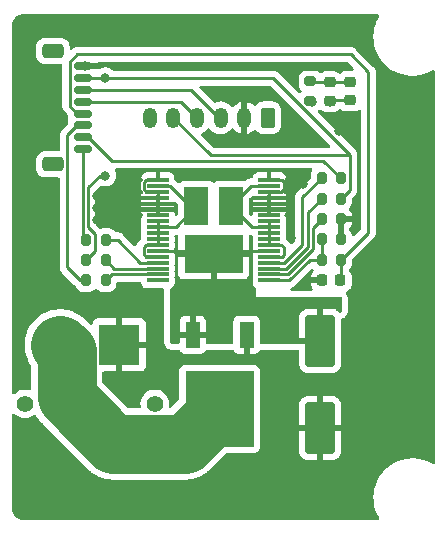
<source format=gtl>
%TF.GenerationSoftware,KiCad,Pcbnew,(6.0.7-1)-1*%
%TF.CreationDate,2023-02-20T21:04:04+08:00*%
%TF.ProjectId,driver,64726976-6572-42e6-9b69-6361645f7063,1.1*%
%TF.SameCoordinates,Original*%
%TF.FileFunction,Copper,L1,Top*%
%TF.FilePolarity,Positive*%
%FSLAX46Y46*%
G04 Gerber Fmt 4.6, Leading zero omitted, Abs format (unit mm)*
G04 Created by KiCad (PCBNEW (6.0.7-1)-1) date 2023-02-20 21:04:04*
%MOMM*%
%LPD*%
G01*
G04 APERTURE LIST*
G04 Aperture macros list*
%AMRoundRect*
0 Rectangle with rounded corners*
0 $1 Rounding radius*
0 $2 $3 $4 $5 $6 $7 $8 $9 X,Y pos of 4 corners*
0 Add a 4 corners polygon primitive as box body*
4,1,4,$2,$3,$4,$5,$6,$7,$8,$9,$2,$3,0*
0 Add four circle primitives for the rounded corners*
1,1,$1+$1,$2,$3*
1,1,$1+$1,$4,$5*
1,1,$1+$1,$6,$7*
1,1,$1+$1,$8,$9*
0 Add four rect primitives between the rounded corners*
20,1,$1+$1,$2,$3,$4,$5,0*
20,1,$1+$1,$4,$5,$6,$7,0*
20,1,$1+$1,$6,$7,$8,$9,0*
20,1,$1+$1,$8,$9,$2,$3,0*%
G04 Aperture macros list end*
%TA.AperFunction,SMDPad,CuDef*%
%ADD10RoundRect,0.200000X0.200000X0.275000X-0.200000X0.275000X-0.200000X-0.275000X0.200000X-0.275000X0*%
%TD*%
%TA.AperFunction,ComponentPad*%
%ADD11RoundRect,0.250000X0.350000X0.625000X-0.350000X0.625000X-0.350000X-0.625000X0.350000X-0.625000X0*%
%TD*%
%TA.AperFunction,ComponentPad*%
%ADD12O,1.200000X1.750000*%
%TD*%
%TA.AperFunction,SMDPad,CuDef*%
%ADD13RoundRect,0.218750X-0.256250X0.218750X-0.256250X-0.218750X0.256250X-0.218750X0.256250X0.218750X0*%
%TD*%
%TA.AperFunction,SMDPad,CuDef*%
%ADD14RoundRect,0.014000X-0.881000X-0.161000X0.881000X-0.161000X0.881000X0.161000X-0.881000X0.161000X0*%
%TD*%
%TA.AperFunction,SMDPad,CuDef*%
%ADD15R,2.100000X3.250000*%
%TD*%
%TA.AperFunction,ComponentPad*%
%ADD16R,0.808000X0.808000*%
%TD*%
%TA.AperFunction,SMDPad,CuDef*%
%ADD17R,4.950000X3.250000*%
%TD*%
%TA.AperFunction,SMDPad,CuDef*%
%ADD18RoundRect,0.200000X-0.200000X-0.275000X0.200000X-0.275000X0.200000X0.275000X-0.200000X0.275000X0*%
%TD*%
%TA.AperFunction,ComponentPad*%
%ADD19C,1.400000*%
%TD*%
%TA.AperFunction,ComponentPad*%
%ADD20R,3.500000X3.500000*%
%TD*%
%TA.AperFunction,ComponentPad*%
%ADD21C,3.500000*%
%TD*%
%TA.AperFunction,SMDPad,CuDef*%
%ADD22RoundRect,0.218750X0.256250X-0.218750X0.256250X0.218750X-0.256250X0.218750X-0.256250X-0.218750X0*%
%TD*%
%TA.AperFunction,SMDPad,CuDef*%
%ADD23RoundRect,0.200000X-0.275000X0.200000X-0.275000X-0.200000X0.275000X-0.200000X0.275000X0.200000X0*%
%TD*%
%TA.AperFunction,SMDPad,CuDef*%
%ADD24RoundRect,0.225000X0.225000X0.250000X-0.225000X0.250000X-0.225000X-0.250000X0.225000X-0.250000X0*%
%TD*%
%TA.AperFunction,SMDPad,CuDef*%
%ADD25RoundRect,0.150000X0.625000X-0.150000X0.625000X0.150000X-0.625000X0.150000X-0.625000X-0.150000X0*%
%TD*%
%TA.AperFunction,SMDPad,CuDef*%
%ADD26RoundRect,0.250000X0.650000X-0.350000X0.650000X0.350000X-0.650000X0.350000X-0.650000X-0.350000X0*%
%TD*%
%TA.AperFunction,SMDPad,CuDef*%
%ADD27RoundRect,0.250000X-1.000000X1.950000X-1.000000X-1.950000X1.000000X-1.950000X1.000000X1.950000X0*%
%TD*%
%TA.AperFunction,SMDPad,CuDef*%
%ADD28R,1.200000X2.200000*%
%TD*%
%TA.AperFunction,SMDPad,CuDef*%
%ADD29R,5.800000X6.400000*%
%TD*%
%TA.AperFunction,ViaPad*%
%ADD30C,0.800000*%
%TD*%
%TA.AperFunction,Conductor*%
%ADD31C,0.250000*%
%TD*%
%TA.AperFunction,Conductor*%
%ADD32C,5.000000*%
%TD*%
G04 APERTURE END LIST*
D10*
X121195700Y-106164350D03*
X119545700Y-106164350D03*
D11*
X115000000Y-95863750D03*
D12*
X113000000Y-95863750D03*
X111000000Y-95863750D03*
X109000000Y-95863750D03*
X107000000Y-95863750D03*
X105000000Y-95863750D03*
D13*
X120263900Y-92845050D03*
X120263900Y-94420050D03*
D10*
X101270700Y-107895950D03*
X99620700Y-107895950D03*
D14*
X105695000Y-101128150D03*
X105695000Y-101628150D03*
X105695000Y-102128150D03*
X105695000Y-102628150D03*
X105695000Y-103128150D03*
X105695000Y-103628150D03*
X105695000Y-104128150D03*
X105695000Y-104628150D03*
X105695000Y-105128150D03*
X105695000Y-105628150D03*
X105695000Y-106128150D03*
X105695000Y-106628150D03*
X105695000Y-107128150D03*
X105695000Y-107628150D03*
X105695000Y-108128150D03*
X105695000Y-108628150D03*
X105695000Y-109128150D03*
X105695000Y-109628150D03*
X115125000Y-109628150D03*
X115125000Y-109128150D03*
X115125000Y-108628150D03*
X115125000Y-108128150D03*
X115125000Y-107628150D03*
X115125000Y-107128150D03*
X115125000Y-106628150D03*
X115125000Y-106128150D03*
X115125000Y-105628150D03*
X115125000Y-105128150D03*
X115125000Y-104628150D03*
X115125000Y-104128150D03*
X115125000Y-103628150D03*
X115125000Y-103128150D03*
X115125000Y-102628150D03*
X115125000Y-102128150D03*
X115125000Y-101628150D03*
X115125000Y-101128150D03*
D15*
X111860000Y-103353150D03*
D16*
X112385000Y-104436150D03*
X111335000Y-104436150D03*
X112385000Y-103353150D03*
X111335000Y-103353150D03*
X112385000Y-102270150D03*
X111335000Y-102270150D03*
D15*
X108960000Y-103353150D03*
D16*
X109485000Y-104436150D03*
X108435000Y-104436150D03*
X109485000Y-103353150D03*
X108435000Y-103353150D03*
X109485000Y-102270150D03*
X108435000Y-102270150D03*
D17*
X110410000Y-107403150D03*
D16*
X112266250Y-108486150D03*
X111028750Y-108486150D03*
X109791250Y-108486150D03*
X108553750Y-108486150D03*
X112266250Y-107403150D03*
X111028750Y-107403150D03*
X109791250Y-107403150D03*
X108553750Y-107403150D03*
X112266250Y-106320150D03*
X111028750Y-106320150D03*
X109791250Y-106320150D03*
X108553750Y-106320150D03*
D18*
X99620700Y-106194150D03*
X101270700Y-106194150D03*
D19*
X94420700Y-120083750D03*
X105420700Y-120083750D03*
D20*
X102420700Y-115083750D03*
D21*
X97420700Y-115083750D03*
D18*
X99620700Y-109623150D03*
X101270700Y-109623150D03*
D22*
X121965700Y-94380050D03*
X121965700Y-92805050D03*
D10*
X121195700Y-100982750D03*
X119545700Y-100982750D03*
D18*
X119545700Y-104439550D03*
X121195700Y-104439550D03*
X119545700Y-102712350D03*
X121195700Y-102712350D03*
D23*
X118587500Y-92787550D03*
X118587500Y-94437550D03*
D24*
X121145700Y-109618750D03*
X119595700Y-109618750D03*
D25*
X99325000Y-98500000D03*
X99325000Y-97500000D03*
X99325000Y-96500000D03*
X99325000Y-95500000D03*
X99325000Y-94500000D03*
X99325000Y-93500000D03*
X99325000Y-92500000D03*
X99325000Y-91500000D03*
D26*
X96800000Y-90200000D03*
X96800000Y-99800000D03*
D27*
X119425000Y-114733750D03*
X119425000Y-122133750D03*
D10*
X121195700Y-107886350D03*
X119545700Y-107886350D03*
D28*
X113200700Y-114233750D03*
D29*
X110920700Y-120533750D03*
D28*
X108640700Y-114233750D03*
D30*
X101500000Y-102500000D03*
X118000000Y-100500000D03*
X100500000Y-103500000D03*
X121000000Y-96000000D03*
X118000000Y-101500000D03*
X100500000Y-104500000D03*
X119000000Y-98000000D03*
X118000000Y-98000000D03*
X121204491Y-104438350D03*
X95000000Y-91500000D03*
X121204491Y-106165550D03*
X101500000Y-104500000D03*
X101500000Y-103500000D03*
X100500000Y-102500000D03*
X122000000Y-97000000D03*
X99500000Y-91500000D03*
X121000000Y-97000000D03*
X118000000Y-97000000D03*
X119553491Y-109619950D03*
X117000000Y-106000000D03*
X122000000Y-96000000D03*
X120250000Y-94500000D03*
X101250000Y-100750000D03*
X101250000Y-92500000D03*
X118750000Y-94500000D03*
D31*
X108564164Y-107128150D02*
X108289164Y-107403150D01*
X115125000Y-107128150D02*
X110685000Y-107128150D01*
X109251664Y-107128150D02*
X109526664Y-107403150D01*
X110135000Y-107128150D02*
X110410000Y-107403150D01*
X110685000Y-107128150D02*
X110410000Y-107403150D01*
X109182914Y-107128150D02*
X108907914Y-107403150D01*
X108632914Y-107128150D02*
X108907914Y-107403150D01*
X105695000Y-107128150D02*
X110135000Y-107128150D01*
X116146418Y-102128150D02*
X116345000Y-101929568D01*
X115125000Y-104128150D02*
X115125000Y-102128150D01*
X116345000Y-101929568D02*
X116345000Y-101263050D01*
X105695000Y-102128150D02*
X105695000Y-104128150D01*
X115125000Y-102128150D02*
X116146418Y-102128150D01*
X104673582Y-102128150D02*
X105695000Y-102128150D01*
X105695000Y-101128150D02*
X104673582Y-101128150D01*
X116210100Y-101128150D02*
X115125000Y-101128150D01*
X104475000Y-101326732D02*
X104475000Y-101929568D01*
X116345000Y-101263050D02*
X116210100Y-101128150D01*
X104673582Y-101128150D02*
X104475000Y-101326732D01*
X104475000Y-101929568D02*
X104673582Y-102128150D01*
X98878249Y-90500000D02*
X122000000Y-90500000D01*
X98225000Y-91153249D02*
X98878249Y-90500000D01*
X122000000Y-90500000D02*
X123500000Y-92000000D01*
X123500000Y-105582050D02*
X121195700Y-107886350D01*
X98225000Y-94846751D02*
X98225000Y-91153249D01*
X121195700Y-109568750D02*
X121145700Y-109618750D01*
X98878249Y-95500000D02*
X98225000Y-94846751D01*
X99325000Y-95500000D02*
X98878249Y-95500000D01*
X123500000Y-92000000D02*
X123500000Y-105582050D01*
X121195700Y-107886350D02*
X121195700Y-109568750D01*
X116345000Y-107457568D02*
X116174418Y-107628150D01*
X113585000Y-101628150D02*
X111860000Y-103353150D01*
X115125000Y-106628150D02*
X115125000Y-104628150D01*
X115125000Y-105128150D02*
X113635000Y-105128150D01*
X120303900Y-94380050D02*
X120263900Y-94420050D01*
X116174418Y-107628150D02*
X115125000Y-107628150D01*
X113635000Y-105128150D02*
X111860000Y-103353150D01*
X121965700Y-94380050D02*
X120303900Y-94380050D01*
X116146418Y-106628150D02*
X116345000Y-106826732D01*
X115125000Y-106628150D02*
X116146418Y-106628150D01*
X115125000Y-101628150D02*
X113585000Y-101628150D01*
X116345000Y-106826732D02*
X116345000Y-107457568D01*
X118645000Y-92845050D02*
X118587500Y-92787550D01*
X121925700Y-92845050D02*
X121965700Y-92805050D01*
X120263900Y-92845050D02*
X118645000Y-92845050D01*
X120263900Y-92845050D02*
X121925700Y-92845050D01*
D32*
X107970700Y-123483750D02*
X110920700Y-120533750D01*
X97970700Y-119533750D02*
X101920700Y-123483750D01*
X97420700Y-115083750D02*
X97970700Y-115633750D01*
X101920700Y-123483750D02*
X107970700Y-123483750D01*
X97970700Y-115633750D02*
X97970700Y-119533750D01*
D31*
X111000000Y-95863750D02*
X110863750Y-95863750D01*
X108500000Y-93500000D02*
X99325000Y-93500000D01*
X110863750Y-95863750D02*
X108500000Y-93500000D01*
X99325000Y-94500000D02*
X107636250Y-94500000D01*
X107636250Y-94500000D02*
X109000000Y-95863750D01*
X121920700Y-98988212D02*
X121920700Y-99079300D01*
X101250000Y-92500000D02*
X115432488Y-92500000D01*
X115432488Y-92500000D02*
X121920700Y-98988212D01*
X99775000Y-101725000D02*
X100750000Y-100750000D01*
X121920700Y-101987350D02*
X121195700Y-102712350D01*
X121870700Y-99050000D02*
X121920700Y-99000000D01*
X110186250Y-99050000D02*
X121870700Y-99050000D01*
X121920700Y-99079300D02*
X121920700Y-101987350D01*
X99325000Y-92500000D02*
X101250000Y-92500000D01*
X100750000Y-100750000D02*
X101250000Y-100750000D01*
X99775000Y-105130988D02*
X99775000Y-101725000D01*
X99620700Y-107895950D02*
X100345700Y-107170950D01*
X107000000Y-95863750D02*
X110186250Y-99050000D01*
X100345700Y-105701688D02*
X99775000Y-105130988D01*
X100345700Y-107170950D02*
X100345700Y-105701688D01*
X104475000Y-106826732D02*
X104475000Y-107429568D01*
X108441418Y-103353150D02*
X108960000Y-103353150D01*
X104673582Y-106628150D02*
X104475000Y-106826732D01*
X105695000Y-101628150D02*
X106716418Y-101628150D01*
X105695000Y-105128150D02*
X107185000Y-105128150D01*
X105695000Y-106628150D02*
X104673582Y-106628150D01*
X107185000Y-105128150D02*
X108960000Y-103353150D01*
X104475000Y-107429568D02*
X104673582Y-107628150D01*
X104673582Y-107628150D02*
X105695000Y-107628150D01*
X106716418Y-101628150D02*
X108441418Y-103353150D01*
X105695000Y-104628150D02*
X105695000Y-106628150D01*
X99325000Y-105898450D02*
X99620700Y-106194150D01*
X99325000Y-98500000D02*
X99325000Y-105898450D01*
X101771751Y-99500000D02*
X119712950Y-99500000D01*
X119712950Y-99500000D02*
X121195700Y-100982750D01*
X99325000Y-97500000D02*
X99771751Y-97500000D01*
X99771751Y-97500000D02*
X101771751Y-99500000D01*
X99123150Y-109623150D02*
X98025000Y-108525000D01*
X98878249Y-96500000D02*
X99325000Y-96500000D01*
X99620700Y-109623150D02*
X99123150Y-109623150D01*
X98025000Y-97353249D02*
X98878249Y-96500000D01*
X98025000Y-108525000D02*
X98025000Y-97353249D01*
X102276100Y-106194150D02*
X101270700Y-106194150D01*
X104210100Y-108128150D02*
X102276100Y-106194150D01*
X105695000Y-108128150D02*
X104210100Y-108128150D01*
X117920700Y-106609060D02*
X117920700Y-102607750D01*
X117920700Y-102607750D02*
X119545700Y-100982750D01*
X115125000Y-108128150D02*
X116401610Y-108128150D01*
X116401610Y-108128150D02*
X117920700Y-106609060D01*
X101270700Y-109623150D02*
X101765700Y-109128150D01*
X101765700Y-109128150D02*
X105695000Y-109128150D01*
X105695000Y-108628150D02*
X102002900Y-108628150D01*
X102002900Y-108628150D02*
X101270700Y-107895950D01*
X115125000Y-108628150D02*
X116538006Y-108628150D01*
X118394300Y-103863750D02*
X119545700Y-102712350D01*
X118370700Y-103863750D02*
X118394300Y-103863750D01*
X116538006Y-108628150D02*
X118370700Y-106795456D01*
X118370700Y-106795456D02*
X118370700Y-103863750D01*
X115125000Y-109628150D02*
X116810798Y-109628150D01*
X119545700Y-107886350D02*
X119545700Y-106164350D01*
X118552598Y-107886350D02*
X119545700Y-107886350D01*
X116810798Y-109628150D02*
X118552598Y-107886350D01*
X116674402Y-109128150D02*
X118820700Y-106981852D01*
X115125000Y-109128150D02*
X116674402Y-109128150D01*
X118820700Y-106981852D02*
X118820700Y-105164550D01*
X118820700Y-105164550D02*
X119545700Y-104439550D01*
%TA.AperFunction,Conductor*%
G36*
X124380842Y-87120502D02*
G01*
X124427335Y-87174158D01*
X124437439Y-87244432D01*
X124422069Y-87287391D01*
X124422723Y-87287740D01*
X124309246Y-87500265D01*
X124254337Y-87603100D01*
X124253064Y-87606268D01*
X124253063Y-87606269D01*
X124165329Y-87824516D01*
X124120995Y-87934800D01*
X124120076Y-87938068D01*
X124120074Y-87938075D01*
X124025176Y-88275683D01*
X124024255Y-88278961D01*
X123965251Y-88631556D01*
X123944672Y-88988462D01*
X123962759Y-89345503D01*
X123963296Y-89348858D01*
X123963297Y-89348864D01*
X123990874Y-89521032D01*
X124019300Y-89698502D01*
X124113635Y-90043330D01*
X124244658Y-90375953D01*
X124246241Y-90378968D01*
X124409255Y-90689464D01*
X124409260Y-90689472D01*
X124410839Y-90692480D01*
X124610232Y-90989208D01*
X124840505Y-91262666D01*
X125098965Y-91509656D01*
X125239956Y-91617842D01*
X125373659Y-91720436D01*
X125382587Y-91727287D01*
X125385498Y-91729057D01*
X125385504Y-91729061D01*
X125464485Y-91777082D01*
X125688055Y-91913015D01*
X126011795Y-92064665D01*
X126015013Y-92065767D01*
X126015016Y-92065768D01*
X126346796Y-92179362D01*
X126346804Y-92179364D01*
X126350019Y-92180465D01*
X126698771Y-92259060D01*
X126747869Y-92264654D01*
X127050589Y-92299145D01*
X127050597Y-92299145D01*
X127053972Y-92299530D01*
X127057376Y-92299548D01*
X127057379Y-92299548D01*
X127251890Y-92300566D01*
X127411465Y-92301402D01*
X127414851Y-92301052D01*
X127414853Y-92301052D01*
X127763678Y-92265005D01*
X127763687Y-92265004D01*
X127767070Y-92264654D01*
X127770403Y-92263940D01*
X127770406Y-92263939D01*
X127878777Y-92240706D01*
X128116626Y-92189715D01*
X128456045Y-92077463D01*
X128781355Y-91929211D01*
X128959173Y-91823631D01*
X129027957Y-91806051D01*
X129095328Y-91828450D01*
X129139894Y-91883717D01*
X129149500Y-91931972D01*
X129149500Y-125068158D01*
X129129498Y-125136279D01*
X129075842Y-125182772D01*
X129005568Y-125192876D01*
X128958417Y-125176048D01*
X128804689Y-125083313D01*
X128804680Y-125083308D01*
X128801767Y-125081551D01*
X128787058Y-125074723D01*
X128480581Y-124932461D01*
X128480579Y-124932460D01*
X128477500Y-124931031D01*
X128474288Y-124929944D01*
X128474281Y-124929941D01*
X128142110Y-124817508D01*
X128142105Y-124817506D01*
X128138874Y-124816413D01*
X127789849Y-124739036D01*
X127664473Y-124725194D01*
X127437890Y-124700179D01*
X127437885Y-124700179D01*
X127434509Y-124699806D01*
X127431110Y-124699800D01*
X127431109Y-124699800D01*
X127262506Y-124699506D01*
X127077011Y-124699182D01*
X126943770Y-124713421D01*
X126724921Y-124736809D01*
X126724915Y-124736810D01*
X126721537Y-124737171D01*
X126372245Y-124813329D01*
X126033220Y-124926765D01*
X125708430Y-125076152D01*
X125705496Y-125077908D01*
X125705494Y-125077909D01*
X125699409Y-125081551D01*
X125401673Y-125259742D01*
X125116538Y-125475388D01*
X124856360Y-125720567D01*
X124624183Y-125992411D01*
X124622264Y-125995224D01*
X124622261Y-125995228D01*
X124425139Y-126284199D01*
X124422723Y-126287740D01*
X124421116Y-126290750D01*
X124421114Y-126290753D01*
X124255944Y-126600090D01*
X124254337Y-126603100D01*
X124120995Y-126934800D01*
X124024255Y-127278961D01*
X123965251Y-127631556D01*
X123944672Y-127988462D01*
X123962759Y-128345503D01*
X124019300Y-128698502D01*
X124113635Y-129043330D01*
X124244658Y-129375953D01*
X124246241Y-129378968D01*
X124386182Y-129645515D01*
X124410839Y-129692480D01*
X124418059Y-129703224D01*
X124439452Y-129770919D01*
X124420849Y-129839435D01*
X124368157Y-129887017D01*
X124313478Y-129899500D01*
X94322999Y-129899500D01*
X94308189Y-129898627D01*
X94278931Y-129895164D01*
X94273163Y-129895542D01*
X94245434Y-129897359D01*
X94224845Y-129897022D01*
X94148212Y-129889475D01*
X94086866Y-129883432D01*
X94062649Y-129878616D01*
X93917649Y-129834632D01*
X93894830Y-129825179D01*
X93761211Y-129753758D01*
X93740674Y-129740035D01*
X93623551Y-129643915D01*
X93606085Y-129626449D01*
X93509965Y-129509326D01*
X93496242Y-129488789D01*
X93424821Y-129355170D01*
X93415368Y-129332350D01*
X93412997Y-129324535D01*
X93371384Y-129187351D01*
X93366567Y-129163131D01*
X93360582Y-129102357D01*
X93354994Y-129045622D01*
X93354430Y-129029977D01*
X93355118Y-129003704D01*
X93355215Y-129000000D01*
X93351029Y-128954444D01*
X93350500Y-128942915D01*
X93350500Y-121026817D01*
X93370502Y-120958696D01*
X93424158Y-120912203D01*
X93494432Y-120902099D01*
X93559012Y-120931593D01*
X93565595Y-120937722D01*
X93640924Y-121013051D01*
X93814142Y-121134339D01*
X93819120Y-121136660D01*
X93819123Y-121136662D01*
X94000808Y-121221383D01*
X94005790Y-121223706D01*
X94011098Y-121225128D01*
X94011100Y-121225129D01*
X94204730Y-121277012D01*
X94204732Y-121277012D01*
X94210045Y-121278436D01*
X94420700Y-121296866D01*
X94631355Y-121278436D01*
X94636668Y-121277012D01*
X94636670Y-121277012D01*
X94830300Y-121225129D01*
X94830302Y-121225128D01*
X94835610Y-121223706D01*
X94840592Y-121221383D01*
X95022277Y-121136662D01*
X95022280Y-121136660D01*
X95027258Y-121134339D01*
X95191630Y-121019245D01*
X95258904Y-120996557D01*
X95327764Y-121013842D01*
X95369210Y-121053280D01*
X95401995Y-121103190D01*
X95406131Y-121109939D01*
X95443283Y-121175074D01*
X95445429Y-121177995D01*
X95497395Y-121248738D01*
X95501160Y-121254155D01*
X95517110Y-121278436D01*
X95551330Y-121330532D01*
X95553655Y-121333313D01*
X95553659Y-121333318D01*
X95599416Y-121388044D01*
X95604300Y-121394272D01*
X95648682Y-121454690D01*
X95651141Y-121457336D01*
X95710902Y-121521647D01*
X95715250Y-121526579D01*
X95747817Y-121565529D01*
X95800778Y-121618490D01*
X95803983Y-121621814D01*
X95884858Y-121708846D01*
X95924118Y-121742378D01*
X95931371Y-121749083D01*
X99670731Y-125488443D01*
X99676399Y-125494771D01*
X99676463Y-125494713D01*
X99678888Y-125497406D01*
X99681159Y-125500241D01*
X99707777Y-125526582D01*
X99812577Y-125630290D01*
X99813044Y-125630756D01*
X99855900Y-125673612D01*
X99858005Y-125675487D01*
X99862805Y-125679995D01*
X99925184Y-125741725D01*
X99925194Y-125741734D01*
X99927771Y-125744284D01*
X99930628Y-125746524D01*
X99930629Y-125746525D01*
X99986767Y-125790542D01*
X99992818Y-125795601D01*
X100048810Y-125845488D01*
X100051777Y-125847574D01*
X100051778Y-125847574D01*
X100123591Y-125898045D01*
X100128886Y-125901978D01*
X100196637Y-125955101D01*
X100200798Y-125958364D01*
X100203892Y-125960260D01*
X100203902Y-125960267D01*
X100264717Y-125997535D01*
X100271332Y-126001880D01*
X100329684Y-126042891D01*
X100329702Y-126042902D01*
X100332667Y-126044986D01*
X100413002Y-126088604D01*
X100418697Y-126091893D01*
X100496621Y-126139645D01*
X100499913Y-126141173D01*
X100499924Y-126141179D01*
X100564620Y-126171210D01*
X100571690Y-126174766D01*
X100634371Y-126208799D01*
X100634385Y-126208805D01*
X100637572Y-126210536D01*
X100640937Y-126211889D01*
X100640944Y-126211892D01*
X100722368Y-126244624D01*
X100728420Y-126247242D01*
X100733270Y-126249494D01*
X100808036Y-126284199D01*
X100808041Y-126284201D01*
X100811320Y-126285723D01*
X100882499Y-126309263D01*
X100889933Y-126311984D01*
X100956116Y-126338590D01*
X100956121Y-126338592D01*
X100959485Y-126339944D01*
X100995401Y-126349770D01*
X101047641Y-126364061D01*
X101053951Y-126365965D01*
X101140723Y-126394663D01*
X101204265Y-126407822D01*
X101214123Y-126409863D01*
X101221820Y-126411711D01*
X101290632Y-126430536D01*
X101290635Y-126430537D01*
X101294138Y-126431495D01*
X101351488Y-126440271D01*
X101384484Y-126445320D01*
X101390976Y-126446488D01*
X101476899Y-126464282D01*
X101476904Y-126464283D01*
X101480464Y-126465020D01*
X101534648Y-126469856D01*
X101555123Y-126471683D01*
X101562981Y-126472634D01*
X101615754Y-126480709D01*
X101637095Y-126483975D01*
X101702125Y-126486359D01*
X101728428Y-126487324D01*
X101735011Y-126487738D01*
X101782774Y-126492001D01*
X101782784Y-126492001D01*
X101785569Y-126492250D01*
X101860477Y-126492250D01*
X101865094Y-126492335D01*
X101980173Y-126496555D01*
X101980180Y-126496555D01*
X101983812Y-126496688D01*
X101987433Y-126496403D01*
X101987435Y-126496403D01*
X102035273Y-126492638D01*
X102045159Y-126492250D01*
X107797269Y-126492250D01*
X107805741Y-126492716D01*
X107805745Y-126492631D01*
X107809378Y-126492821D01*
X107812980Y-126493219D01*
X107997724Y-126492252D01*
X107998384Y-126492250D01*
X108059132Y-126492250D01*
X108060951Y-126492145D01*
X108060958Y-126492145D01*
X108061461Y-126492116D01*
X108061948Y-126492088D01*
X108068517Y-126491882D01*
X108151999Y-126491445D01*
X108159925Y-126491403D01*
X108234371Y-126482394D01*
X108242220Y-126481693D01*
X108291797Y-126478835D01*
X108313453Y-126477586D01*
X108313456Y-126477586D01*
X108317074Y-126477377D01*
X108407119Y-126461661D01*
X108413631Y-126460701D01*
X108451397Y-126456130D01*
X108500752Y-126450158D01*
X108500754Y-126450158D01*
X108504362Y-126449721D01*
X108507887Y-126448875D01*
X108507891Y-126448874D01*
X108577264Y-126432219D01*
X108585014Y-126430614D01*
X108655288Y-126418349D01*
X108655287Y-126418349D01*
X108658858Y-126417726D01*
X108746499Y-126391766D01*
X108752827Y-126390069D01*
X108816252Y-126374843D01*
X108838206Y-126369572D01*
X108838209Y-126369571D01*
X108841725Y-126368727D01*
X108912144Y-126342957D01*
X108919622Y-126340484D01*
X108991520Y-126319187D01*
X108994851Y-126317766D01*
X108994860Y-126317763D01*
X109045057Y-126296352D01*
X109075598Y-126283325D01*
X109081719Y-126280902D01*
X109164137Y-126250741D01*
X109164140Y-126250740D01*
X109167544Y-126249494D01*
X109170782Y-126247865D01*
X109170790Y-126247862D01*
X109234518Y-126215811D01*
X109241695Y-126212479D01*
X109257825Y-126205599D01*
X109310652Y-126183066D01*
X109390064Y-126137770D01*
X109395852Y-126134667D01*
X109474260Y-126095232D01*
X109477499Y-126093603D01*
X109540159Y-126052443D01*
X109546889Y-126048319D01*
X109608873Y-126012964D01*
X109612024Y-126011167D01*
X109685687Y-125957055D01*
X109691105Y-125953290D01*
X109764456Y-125905108D01*
X109764460Y-125905105D01*
X109767482Y-125903120D01*
X109770263Y-125900795D01*
X109770268Y-125900791D01*
X109824994Y-125855034D01*
X109831222Y-125850150D01*
X109858493Y-125830117D01*
X109891640Y-125805768D01*
X109958597Y-125743548D01*
X109963529Y-125739200D01*
X110002479Y-125706633D01*
X110055440Y-125653672D01*
X110058764Y-125650467D01*
X110143141Y-125572059D01*
X110145796Y-125569592D01*
X110179328Y-125530332D01*
X110186033Y-125523079D01*
X111429957Y-124279155D01*
X111492269Y-124245129D01*
X111519052Y-124242250D01*
X113868834Y-124242250D01*
X113931016Y-124235495D01*
X114067405Y-124184365D01*
X114138816Y-124130845D01*
X117667001Y-124130845D01*
X117667338Y-124137364D01*
X117677257Y-124232956D01*
X117680149Y-124246350D01*
X117731588Y-124400534D01*
X117737761Y-124413712D01*
X117823063Y-124551557D01*
X117832099Y-124562958D01*
X117946829Y-124677489D01*
X117958240Y-124686501D01*
X118096243Y-124771566D01*
X118109424Y-124777713D01*
X118263710Y-124828888D01*
X118277086Y-124831755D01*
X118371438Y-124841422D01*
X118377854Y-124841750D01*
X119152885Y-124841750D01*
X119168124Y-124837275D01*
X119169329Y-124835885D01*
X119171000Y-124828202D01*
X119171000Y-124823634D01*
X119679000Y-124823634D01*
X119683475Y-124838873D01*
X119684865Y-124840078D01*
X119692548Y-124841749D01*
X120472095Y-124841749D01*
X120478614Y-124841412D01*
X120574206Y-124831493D01*
X120587600Y-124828601D01*
X120741784Y-124777162D01*
X120754962Y-124770989D01*
X120892807Y-124685687D01*
X120904208Y-124676651D01*
X121018739Y-124561921D01*
X121027751Y-124550510D01*
X121112816Y-124412507D01*
X121118963Y-124399326D01*
X121170138Y-124245040D01*
X121173005Y-124231664D01*
X121182672Y-124137312D01*
X121183000Y-124130896D01*
X121183000Y-122405865D01*
X121178525Y-122390626D01*
X121177135Y-122389421D01*
X121169452Y-122387750D01*
X119697115Y-122387750D01*
X119681876Y-122392225D01*
X119680671Y-122393615D01*
X119679000Y-122401298D01*
X119679000Y-124823634D01*
X119171000Y-124823634D01*
X119171000Y-122405865D01*
X119166525Y-122390626D01*
X119165135Y-122389421D01*
X119157452Y-122387750D01*
X117685116Y-122387750D01*
X117669877Y-122392225D01*
X117668672Y-122393615D01*
X117667001Y-122401298D01*
X117667001Y-124130845D01*
X114138816Y-124130845D01*
X114183961Y-124097011D01*
X114271315Y-123980455D01*
X114322445Y-123844066D01*
X114329200Y-123781884D01*
X114329200Y-121861635D01*
X117667000Y-121861635D01*
X117671475Y-121876874D01*
X117672865Y-121878079D01*
X117680548Y-121879750D01*
X119152885Y-121879750D01*
X119168124Y-121875275D01*
X119169329Y-121873885D01*
X119171000Y-121866202D01*
X119171000Y-121861635D01*
X119679000Y-121861635D01*
X119683475Y-121876874D01*
X119684865Y-121878079D01*
X119692548Y-121879750D01*
X121164884Y-121879750D01*
X121180123Y-121875275D01*
X121181328Y-121873885D01*
X121182999Y-121866202D01*
X121182999Y-120136655D01*
X121182662Y-120130136D01*
X121172743Y-120034544D01*
X121169851Y-120021150D01*
X121118412Y-119866966D01*
X121112239Y-119853788D01*
X121026937Y-119715943D01*
X121017901Y-119704542D01*
X120903171Y-119590011D01*
X120891760Y-119580999D01*
X120753757Y-119495934D01*
X120740576Y-119489787D01*
X120586290Y-119438612D01*
X120572914Y-119435745D01*
X120478562Y-119426078D01*
X120472145Y-119425750D01*
X119697115Y-119425750D01*
X119681876Y-119430225D01*
X119680671Y-119431615D01*
X119679000Y-119439298D01*
X119679000Y-121861635D01*
X119171000Y-121861635D01*
X119171000Y-119443866D01*
X119166525Y-119428627D01*
X119165135Y-119427422D01*
X119157452Y-119425751D01*
X118377905Y-119425751D01*
X118371386Y-119426088D01*
X118275794Y-119436007D01*
X118262400Y-119438899D01*
X118108216Y-119490338D01*
X118095038Y-119496511D01*
X117957193Y-119581813D01*
X117945792Y-119590849D01*
X117831261Y-119705579D01*
X117822249Y-119716990D01*
X117737184Y-119854993D01*
X117731037Y-119868174D01*
X117679862Y-120022460D01*
X117676995Y-120035836D01*
X117667328Y-120130188D01*
X117667000Y-120136605D01*
X117667000Y-121861635D01*
X114329200Y-121861635D01*
X114329200Y-117285616D01*
X114322445Y-117223434D01*
X114271315Y-117087045D01*
X114183961Y-116970489D01*
X114067405Y-116883135D01*
X113931016Y-116832005D01*
X113868834Y-116825250D01*
X107972566Y-116825250D01*
X107910384Y-116832005D01*
X107773995Y-116883135D01*
X107657439Y-116970489D01*
X107570085Y-117087045D01*
X107518955Y-117223434D01*
X107512200Y-117285616D01*
X107512200Y-119635398D01*
X107492198Y-119703519D01*
X107475295Y-119724493D01*
X106832370Y-120367418D01*
X106770058Y-120401444D01*
X106699243Y-120396379D01*
X106642407Y-120353832D01*
X106617596Y-120287312D01*
X106617754Y-120267341D01*
X106633337Y-120089225D01*
X106633816Y-120083750D01*
X106615386Y-119873095D01*
X106570500Y-119705579D01*
X106562079Y-119674150D01*
X106562078Y-119674148D01*
X106560656Y-119668840D01*
X106524288Y-119590849D01*
X106473612Y-119482173D01*
X106473610Y-119482170D01*
X106471289Y-119477192D01*
X106350001Y-119303974D01*
X106200476Y-119154449D01*
X106027258Y-119033161D01*
X106022280Y-119030840D01*
X106022277Y-119030838D01*
X105840592Y-118946117D01*
X105840591Y-118946116D01*
X105835610Y-118943794D01*
X105830302Y-118942372D01*
X105830300Y-118942371D01*
X105636670Y-118890488D01*
X105636668Y-118890488D01*
X105631355Y-118889064D01*
X105420700Y-118870634D01*
X105210045Y-118889064D01*
X105204732Y-118890488D01*
X105204730Y-118890488D01*
X105011100Y-118942371D01*
X105011098Y-118942372D01*
X105005790Y-118943794D01*
X105000809Y-118946116D01*
X105000808Y-118946117D01*
X104819123Y-119030838D01*
X104819120Y-119030840D01*
X104814142Y-119033161D01*
X104640924Y-119154449D01*
X104491399Y-119303974D01*
X104370111Y-119477192D01*
X104367790Y-119482170D01*
X104367788Y-119482173D01*
X104317112Y-119590849D01*
X104280744Y-119668840D01*
X104279322Y-119674148D01*
X104279321Y-119674150D01*
X104270900Y-119705579D01*
X104226014Y-119873095D01*
X104207584Y-120083750D01*
X104226014Y-120294405D01*
X104227439Y-120299722D01*
X104227439Y-120299724D01*
X104231971Y-120316637D01*
X104230283Y-120387613D01*
X104190490Y-120446410D01*
X104125226Y-120474359D01*
X104110265Y-120475250D01*
X103219051Y-120475250D01*
X103150930Y-120455248D01*
X103129956Y-120438345D01*
X101016105Y-118324493D01*
X100982079Y-118262181D01*
X100979200Y-118235398D01*
X100979200Y-117467750D01*
X100999202Y-117399629D01*
X101052858Y-117353136D01*
X101105200Y-117341750D01*
X102148585Y-117341750D01*
X102163824Y-117337275D01*
X102165029Y-117335885D01*
X102166700Y-117328202D01*
X102166700Y-117323634D01*
X102674700Y-117323634D01*
X102679175Y-117338873D01*
X102680565Y-117340078D01*
X102688248Y-117341749D01*
X104215369Y-117341749D01*
X104222190Y-117341379D01*
X104273052Y-117335855D01*
X104288304Y-117332229D01*
X104408754Y-117287074D01*
X104424349Y-117278536D01*
X104526424Y-117202035D01*
X104538985Y-117189474D01*
X104615486Y-117087399D01*
X104624024Y-117071804D01*
X104669178Y-116951356D01*
X104672805Y-116936101D01*
X104678331Y-116885236D01*
X104678700Y-116878422D01*
X104678700Y-115355865D01*
X104674225Y-115340626D01*
X104672835Y-115339421D01*
X104665152Y-115337750D01*
X102692815Y-115337750D01*
X102677576Y-115342225D01*
X102676371Y-115343615D01*
X102674700Y-115351298D01*
X102674700Y-117323634D01*
X102166700Y-117323634D01*
X102166700Y-114811635D01*
X102674700Y-114811635D01*
X102679175Y-114826874D01*
X102680565Y-114828079D01*
X102688248Y-114829750D01*
X104660584Y-114829750D01*
X104675823Y-114825275D01*
X104677028Y-114823885D01*
X104678699Y-114816202D01*
X104678699Y-113289081D01*
X104678329Y-113282260D01*
X104672805Y-113231398D01*
X104669179Y-113216146D01*
X104624024Y-113095696D01*
X104615486Y-113080101D01*
X104538985Y-112978026D01*
X104526424Y-112965465D01*
X104424349Y-112888964D01*
X104408754Y-112880426D01*
X104288306Y-112835272D01*
X104273051Y-112831645D01*
X104222186Y-112826119D01*
X104215372Y-112825750D01*
X102692815Y-112825750D01*
X102677576Y-112830225D01*
X102676371Y-112831615D01*
X102674700Y-112839298D01*
X102674700Y-114811635D01*
X102166700Y-114811635D01*
X102166700Y-112843866D01*
X102162225Y-112828627D01*
X102160835Y-112827422D01*
X102153152Y-112825751D01*
X100626031Y-112825751D01*
X100619210Y-112826121D01*
X100568348Y-112831645D01*
X100553096Y-112835271D01*
X100432646Y-112880426D01*
X100417051Y-112888964D01*
X100314976Y-112965465D01*
X100302415Y-112978026D01*
X100225914Y-113080101D01*
X100217376Y-113095696D01*
X100172222Y-113216144D01*
X100168594Y-113231399D01*
X100163133Y-113281675D01*
X100135891Y-113347238D01*
X100077528Y-113387664D01*
X100006574Y-113390120D01*
X99948774Y-113357163D01*
X99730362Y-113138750D01*
X99485500Y-112893888D01*
X99292591Y-112722013D01*
X99289630Y-112719932D01*
X99289625Y-112719928D01*
X99011707Y-112524604D01*
X99011705Y-112524603D01*
X99008733Y-112522514D01*
X98703828Y-112356965D01*
X98700463Y-112355612D01*
X98700456Y-112355609D01*
X98385285Y-112228910D01*
X98385280Y-112228908D01*
X98381916Y-112227556D01*
X98047262Y-112136005D01*
X98043671Y-112135456D01*
X98043664Y-112135454D01*
X97797254Y-112097749D01*
X97704305Y-112083526D01*
X97575496Y-112078803D01*
X97361227Y-112070945D01*
X97361219Y-112070945D01*
X97357588Y-112070812D01*
X97353967Y-112071097D01*
X97353965Y-112071097D01*
X97283555Y-112076638D01*
X97011707Y-112098033D01*
X96671249Y-112164829D01*
X96667788Y-112165933D01*
X96667790Y-112165933D01*
X96344180Y-112269209D01*
X96344174Y-112269211D01*
X96340722Y-112270313D01*
X96337418Y-112271805D01*
X96027821Y-112411593D01*
X96027814Y-112411596D01*
X96024511Y-112413088D01*
X96021395Y-112414953D01*
X96021391Y-112414955D01*
X95729931Y-112589390D01*
X95729922Y-112589396D01*
X95726806Y-112591261D01*
X95723921Y-112593475D01*
X95553265Y-112724424D01*
X95451553Y-112802470D01*
X95448960Y-112804983D01*
X95448954Y-112804988D01*
X95346782Y-112904000D01*
X95202399Y-113043917D01*
X95200100Y-113046726D01*
X95200098Y-113046728D01*
X95061431Y-113216146D01*
X94982647Y-113312401D01*
X94795210Y-113604363D01*
X94793617Y-113607614D01*
X94793614Y-113607620D01*
X94710922Y-113776417D01*
X94642574Y-113915933D01*
X94641365Y-113919346D01*
X94641365Y-113919347D01*
X94593892Y-114053408D01*
X94526760Y-114242982D01*
X94525950Y-114246518D01*
X94525949Y-114246522D01*
X94498494Y-114366400D01*
X94449304Y-114581176D01*
X94411231Y-114926030D01*
X94413047Y-115272975D01*
X94413483Y-115276576D01*
X94413483Y-115276580D01*
X94449022Y-115570250D01*
X94454729Y-115617412D01*
X94455575Y-115620937D01*
X94455576Y-115620941D01*
X94534875Y-115951245D01*
X94534878Y-115951253D01*
X94535723Y-115954775D01*
X94654956Y-116280594D01*
X94656580Y-116283822D01*
X94656583Y-116283830D01*
X94732901Y-116435571D01*
X94810847Y-116590549D01*
X94812829Y-116593566D01*
X94812834Y-116593575D01*
X94941512Y-116789468D01*
X94962200Y-116858645D01*
X94962200Y-118813507D01*
X94942198Y-118881628D01*
X94888542Y-118928121D01*
X94818268Y-118938225D01*
X94803589Y-118935214D01*
X94636670Y-118890488D01*
X94636668Y-118890488D01*
X94631355Y-118889064D01*
X94420700Y-118870634D01*
X94210045Y-118889064D01*
X94204732Y-118890488D01*
X94204730Y-118890488D01*
X94011100Y-118942371D01*
X94011098Y-118942372D01*
X94005790Y-118943794D01*
X94000809Y-118946116D01*
X94000808Y-118946117D01*
X93819123Y-119030838D01*
X93819120Y-119030840D01*
X93814142Y-119033161D01*
X93640924Y-119154449D01*
X93565595Y-119229778D01*
X93503283Y-119263804D01*
X93432468Y-119258739D01*
X93375632Y-119216192D01*
X93350821Y-119149672D01*
X93350500Y-119140683D01*
X93350500Y-100200400D01*
X95391500Y-100200400D01*
X95391837Y-100203646D01*
X95391837Y-100203650D01*
X95400863Y-100290637D01*
X95402474Y-100306166D01*
X95404655Y-100312702D01*
X95404655Y-100312704D01*
X95426588Y-100378444D01*
X95458450Y-100473946D01*
X95551522Y-100624348D01*
X95676697Y-100749305D01*
X95682927Y-100753145D01*
X95682928Y-100753146D01*
X95789197Y-100818651D01*
X95827262Y-100842115D01*
X95907005Y-100868564D01*
X95988611Y-100895632D01*
X95988613Y-100895632D01*
X95995139Y-100897797D01*
X96001975Y-100898497D01*
X96001978Y-100898498D01*
X96045031Y-100902909D01*
X96099600Y-100908500D01*
X97265500Y-100908500D01*
X97333621Y-100928502D01*
X97380114Y-100982158D01*
X97391500Y-101034500D01*
X97391500Y-108446233D01*
X97390973Y-108457416D01*
X97389298Y-108464909D01*
X97389547Y-108472835D01*
X97389547Y-108472836D01*
X97391438Y-108532986D01*
X97391500Y-108536945D01*
X97391500Y-108564856D01*
X97391997Y-108568790D01*
X97391997Y-108568791D01*
X97392005Y-108568856D01*
X97392938Y-108580693D01*
X97394327Y-108624889D01*
X97397670Y-108636395D01*
X97399978Y-108644339D01*
X97403987Y-108663700D01*
X97406526Y-108683797D01*
X97409445Y-108691168D01*
X97409445Y-108691170D01*
X97422804Y-108724912D01*
X97426649Y-108736142D01*
X97436771Y-108770983D01*
X97438982Y-108778593D01*
X97443015Y-108785412D01*
X97443017Y-108785417D01*
X97449293Y-108796028D01*
X97457988Y-108813776D01*
X97465448Y-108832617D01*
X97470110Y-108839033D01*
X97470110Y-108839034D01*
X97491436Y-108868387D01*
X97497952Y-108878307D01*
X97520458Y-108916362D01*
X97534779Y-108930683D01*
X97547619Y-108945716D01*
X97559528Y-108962107D01*
X97565634Y-108967158D01*
X97593605Y-108990298D01*
X97602384Y-108998288D01*
X98619493Y-110015397D01*
X98627037Y-110023687D01*
X98631150Y-110030168D01*
X98636927Y-110035593D01*
X98680817Y-110076808D01*
X98683659Y-110079563D01*
X98703381Y-110099285D01*
X98706505Y-110101708D01*
X98706509Y-110101712D01*
X98706574Y-110101762D01*
X98715595Y-110109468D01*
X98732331Y-110125184D01*
X98766312Y-110179354D01*
X98770228Y-110191849D01*
X98859061Y-110338531D01*
X98980319Y-110459789D01*
X99127001Y-110548622D01*
X99134248Y-110550893D01*
X99134250Y-110550894D01*
X99200536Y-110571667D01*
X99290638Y-110599903D01*
X99364065Y-110606650D01*
X99366963Y-110606650D01*
X99621365Y-110606649D01*
X99877334Y-110606649D01*
X99880192Y-110606386D01*
X99880201Y-110606386D01*
X99915704Y-110603124D01*
X99950762Y-110599903D01*
X99977139Y-110591637D01*
X100107150Y-110550894D01*
X100107152Y-110550893D01*
X100114399Y-110548622D01*
X100261081Y-110459789D01*
X100356605Y-110364265D01*
X100418917Y-110330239D01*
X100489732Y-110335304D01*
X100534795Y-110364265D01*
X100630319Y-110459789D01*
X100777001Y-110548622D01*
X100784248Y-110550893D01*
X100784250Y-110550894D01*
X100850536Y-110571667D01*
X100940638Y-110599903D01*
X101014065Y-110606650D01*
X101016963Y-110606650D01*
X101271365Y-110606649D01*
X101527334Y-110606649D01*
X101530192Y-110606386D01*
X101530201Y-110606386D01*
X101565704Y-110603124D01*
X101600762Y-110599903D01*
X101627139Y-110591637D01*
X101757150Y-110550894D01*
X101757152Y-110550893D01*
X101764399Y-110548622D01*
X101911081Y-110459789D01*
X102032339Y-110338531D01*
X102121172Y-110191849D01*
X102125088Y-110179355D01*
X102156360Y-110079563D01*
X102172453Y-110028212D01*
X102179200Y-109954785D01*
X102179200Y-109887650D01*
X102199202Y-109819529D01*
X102252858Y-109773036D01*
X102305200Y-109761650D01*
X104171589Y-109761650D01*
X104239710Y-109781652D01*
X104286203Y-109835308D01*
X104296677Y-109872514D01*
X104301812Y-109914955D01*
X104304790Y-109922478D01*
X104304791Y-109922480D01*
X104318726Y-109957676D01*
X104354511Y-110048059D01*
X104441063Y-110162087D01*
X104555091Y-110248639D01*
X104593515Y-110263852D01*
X104680665Y-110298357D01*
X104680667Y-110298358D01*
X104688195Y-110301338D01*
X104773409Y-110311650D01*
X104813839Y-110311650D01*
X106110500Y-110311649D01*
X106178621Y-110331651D01*
X106225114Y-110385307D01*
X106236500Y-110437649D01*
X106236500Y-114874000D01*
X106248234Y-114983149D01*
X106248952Y-114986449D01*
X106248952Y-114986450D01*
X106255961Y-115018669D01*
X106259620Y-115035491D01*
X106294290Y-115139657D01*
X106373308Y-115262612D01*
X106376250Y-115266007D01*
X106376252Y-115266010D01*
X106385411Y-115276580D01*
X106419801Y-115316268D01*
X106423194Y-115319208D01*
X106523450Y-115406081D01*
X106523453Y-115406083D01*
X106530261Y-115411982D01*
X106663210Y-115472698D01*
X106686964Y-115479673D01*
X106727008Y-115491431D01*
X106727012Y-115491432D01*
X106731331Y-115492700D01*
X106735780Y-115493340D01*
X106735786Y-115493341D01*
X106871553Y-115512861D01*
X106871558Y-115512861D01*
X106876000Y-115513500D01*
X107406701Y-115513500D01*
X107410045Y-115513140D01*
X107410054Y-115513140D01*
X107463037Y-115507444D01*
X107532905Y-115520050D01*
X107586980Y-115572171D01*
X107590085Y-115580455D01*
X107677439Y-115697011D01*
X107793995Y-115784365D01*
X107930384Y-115835495D01*
X107992566Y-115842250D01*
X109288834Y-115842250D01*
X109351016Y-115835495D01*
X109487405Y-115784365D01*
X109603961Y-115697011D01*
X109691315Y-115580455D01*
X109694465Y-115572052D01*
X109695374Y-115570392D01*
X109745633Y-115520247D01*
X109815025Y-115505234D01*
X109823825Y-115506186D01*
X109870241Y-115512860D01*
X109870256Y-115512861D01*
X109874700Y-115513500D01*
X111966200Y-115513500D01*
X112023553Y-115507334D01*
X112093420Y-115519940D01*
X112147541Y-115572106D01*
X112155911Y-115587394D01*
X112232415Y-115689474D01*
X112244976Y-115702035D01*
X112347051Y-115778536D01*
X112362646Y-115787074D01*
X112483094Y-115832228D01*
X112498349Y-115835855D01*
X112549214Y-115841381D01*
X112556028Y-115841750D01*
X112928585Y-115841750D01*
X112943824Y-115837275D01*
X112945029Y-115835885D01*
X112946700Y-115828202D01*
X112946700Y-114105750D01*
X112966702Y-114037629D01*
X113020358Y-113991136D01*
X113072700Y-113979750D01*
X113328700Y-113979750D01*
X113396821Y-113999752D01*
X113443314Y-114053408D01*
X113454700Y-114105750D01*
X113454700Y-115823634D01*
X113459175Y-115838873D01*
X113460565Y-115840078D01*
X113468248Y-115841749D01*
X113845369Y-115841749D01*
X113852190Y-115841379D01*
X113903052Y-115835855D01*
X113918304Y-115832229D01*
X114038754Y-115787074D01*
X114054349Y-115778536D01*
X114156424Y-115702035D01*
X114168985Y-115689474D01*
X114245490Y-115587393D01*
X114254876Y-115570250D01*
X114305135Y-115520104D01*
X114374526Y-115505091D01*
X114383326Y-115506042D01*
X114430752Y-115512861D01*
X114430759Y-115512862D01*
X114435200Y-115513500D01*
X117540500Y-115513500D01*
X117608621Y-115533502D01*
X117655114Y-115587158D01*
X117666500Y-115639500D01*
X117666500Y-116734150D01*
X117666837Y-116737396D01*
X117666837Y-116737400D01*
X117676565Y-116831152D01*
X117677474Y-116839916D01*
X117679655Y-116846452D01*
X117679655Y-116846454D01*
X117690841Y-116879983D01*
X117733450Y-117007696D01*
X117826522Y-117158098D01*
X117951697Y-117283055D01*
X117957927Y-117286895D01*
X117957928Y-117286896D01*
X118095090Y-117371444D01*
X118102262Y-117375865D01*
X118173909Y-117399629D01*
X118263611Y-117429382D01*
X118263613Y-117429382D01*
X118270139Y-117431547D01*
X118276975Y-117432247D01*
X118276978Y-117432248D01*
X118320031Y-117436659D01*
X118374600Y-117442250D01*
X120475400Y-117442250D01*
X120478646Y-117441913D01*
X120478650Y-117441913D01*
X120574308Y-117431988D01*
X120574312Y-117431987D01*
X120581166Y-117431276D01*
X120587702Y-117429095D01*
X120587704Y-117429095D01*
X120719806Y-117385022D01*
X120748946Y-117375300D01*
X120899348Y-117282228D01*
X121024305Y-117157053D01*
X121071888Y-117079859D01*
X121113275Y-117012718D01*
X121113276Y-117012716D01*
X121117115Y-117006488D01*
X121172797Y-116838611D01*
X121173562Y-116831152D01*
X121183172Y-116737348D01*
X121183500Y-116734150D01*
X121183500Y-112972121D01*
X121203502Y-112904000D01*
X121257158Y-112857507D01*
X121274001Y-112851225D01*
X121381010Y-112819804D01*
X121389657Y-112817265D01*
X121397236Y-112812395D01*
X121397239Y-112812393D01*
X121457825Y-112773456D01*
X121512612Y-112738247D01*
X121533754Y-112719928D01*
X121562875Y-112694694D01*
X121566268Y-112691754D01*
X121574297Y-112682488D01*
X121656081Y-112588105D01*
X121656083Y-112588102D01*
X121661982Y-112581294D01*
X121722698Y-112448345D01*
X121742700Y-112380224D01*
X121746045Y-112356965D01*
X121762861Y-112240002D01*
X121762861Y-112239997D01*
X121763500Y-112235555D01*
X121763500Y-111126000D01*
X121751766Y-111016851D01*
X121740380Y-110964509D01*
X121705710Y-110860343D01*
X121689562Y-110835216D01*
X121629125Y-110741173D01*
X121629121Y-110741168D01*
X121626692Y-110737388D01*
X121623748Y-110733990D01*
X121622722Y-110732620D01*
X121597913Y-110666099D01*
X121613006Y-110596725D01*
X121663209Y-110546524D01*
X121670578Y-110543320D01*
X121670395Y-110542928D01*
X121677024Y-110539823D01*
X121683968Y-110537506D01*
X121829413Y-110447502D01*
X121950252Y-110326452D01*
X122001478Y-110243348D01*
X122036162Y-110187081D01*
X122036163Y-110187079D01*
X122040002Y-110180851D01*
X122093849Y-110018507D01*
X122104200Y-109917482D01*
X122104200Y-109320018D01*
X122093587Y-109217731D01*
X122039456Y-109055482D01*
X122001458Y-108994077D01*
X121953306Y-108916265D01*
X121949452Y-108910037D01*
X121944270Y-108904864D01*
X121888362Y-108849053D01*
X121854283Y-108786770D01*
X121859286Y-108715950D01*
X121888285Y-108670785D01*
X121957339Y-108601731D01*
X122046172Y-108455049D01*
X122097453Y-108291412D01*
X122104200Y-108217985D01*
X122104199Y-107925944D01*
X122124201Y-107857825D01*
X122141104Y-107836850D01*
X123892247Y-106085707D01*
X123900537Y-106078163D01*
X123907018Y-106074050D01*
X123953659Y-106024382D01*
X123956413Y-106021541D01*
X123976134Y-106001820D01*
X123978612Y-105998625D01*
X123986318Y-105989603D01*
X124011158Y-105963151D01*
X124016586Y-105957371D01*
X124026346Y-105939618D01*
X124037199Y-105923095D01*
X124044753Y-105913356D01*
X124049613Y-105907091D01*
X124067176Y-105866507D01*
X124072383Y-105855877D01*
X124093695Y-105817110D01*
X124095666Y-105809433D01*
X124095668Y-105809428D01*
X124098732Y-105797492D01*
X124105138Y-105778780D01*
X124110033Y-105767469D01*
X124113181Y-105760195D01*
X124114421Y-105752367D01*
X124114423Y-105752360D01*
X124120099Y-105716526D01*
X124122505Y-105704906D01*
X124131528Y-105669761D01*
X124131528Y-105669760D01*
X124133500Y-105662080D01*
X124133500Y-105641826D01*
X124135051Y-105622115D01*
X124136980Y-105609936D01*
X124138220Y-105602107D01*
X124137355Y-105592951D01*
X124134248Y-105560091D01*
X124134059Y-105558088D01*
X124133500Y-105546231D01*
X124133500Y-92078763D01*
X124134027Y-92067579D01*
X124135701Y-92060091D01*
X124133562Y-91992032D01*
X124133500Y-91988075D01*
X124133500Y-91960144D01*
X124132994Y-91956138D01*
X124132061Y-91944292D01*
X124131835Y-91937078D01*
X124130673Y-91900110D01*
X124125022Y-91880658D01*
X124121014Y-91861306D01*
X124119467Y-91849063D01*
X124118474Y-91841203D01*
X124113425Y-91828450D01*
X124102200Y-91800097D01*
X124098355Y-91788870D01*
X124093870Y-91773433D01*
X124086018Y-91746407D01*
X124081984Y-91739585D01*
X124081981Y-91739579D01*
X124075706Y-91728968D01*
X124067010Y-91711218D01*
X124062472Y-91699756D01*
X124062469Y-91699751D01*
X124059552Y-91692383D01*
X124033573Y-91656625D01*
X124027057Y-91646707D01*
X124008575Y-91615457D01*
X124004542Y-91608637D01*
X123990218Y-91594313D01*
X123977376Y-91579278D01*
X123965472Y-91562893D01*
X123931406Y-91534711D01*
X123922627Y-91526722D01*
X122503652Y-90107747D01*
X122496112Y-90099461D01*
X122492000Y-90092982D01*
X122442348Y-90046356D01*
X122439507Y-90043602D01*
X122419770Y-90023865D01*
X122416573Y-90021385D01*
X122407551Y-90013680D01*
X122403397Y-90009779D01*
X122375321Y-89983414D01*
X122368375Y-89979595D01*
X122368372Y-89979593D01*
X122357566Y-89973652D01*
X122341047Y-89962801D01*
X122340583Y-89962441D01*
X122325041Y-89950386D01*
X122317772Y-89947241D01*
X122317768Y-89947238D01*
X122284463Y-89932826D01*
X122273813Y-89927609D01*
X122235060Y-89906305D01*
X122215437Y-89901267D01*
X122196734Y-89894863D01*
X122185420Y-89889967D01*
X122185419Y-89889967D01*
X122178145Y-89886819D01*
X122170322Y-89885580D01*
X122170312Y-89885577D01*
X122134476Y-89879901D01*
X122122856Y-89877495D01*
X122087711Y-89868472D01*
X122087710Y-89868472D01*
X122080030Y-89866500D01*
X122059776Y-89866500D01*
X122040065Y-89864949D01*
X122027886Y-89863020D01*
X122020057Y-89861780D01*
X121990786Y-89864547D01*
X121976039Y-89865941D01*
X121964181Y-89866500D01*
X98957017Y-89866500D01*
X98945834Y-89865973D01*
X98938341Y-89864298D01*
X98930415Y-89864547D01*
X98930414Y-89864547D01*
X98870251Y-89866438D01*
X98866293Y-89866500D01*
X98838393Y-89866500D01*
X98834403Y-89867004D01*
X98822569Y-89867936D01*
X98778360Y-89869326D01*
X98770744Y-89871539D01*
X98770742Y-89871539D01*
X98758901Y-89874979D01*
X98739542Y-89878988D01*
X98738232Y-89879154D01*
X98719452Y-89881526D01*
X98712086Y-89884442D01*
X98712080Y-89884444D01*
X98678347Y-89897800D01*
X98667117Y-89901645D01*
X98651077Y-89906305D01*
X98624656Y-89913981D01*
X98617833Y-89918016D01*
X98607215Y-89924295D01*
X98589462Y-89932992D01*
X98581817Y-89936019D01*
X98570632Y-89940448D01*
X98556954Y-89950386D01*
X98534861Y-89966437D01*
X98524944Y-89972951D01*
X98486887Y-89995458D01*
X98472566Y-90009779D01*
X98457533Y-90022619D01*
X98441142Y-90034528D01*
X98436088Y-90040637D01*
X98436086Y-90040639D01*
X98431583Y-90046082D01*
X98372749Y-90085819D01*
X98301771Y-90087440D01*
X98241184Y-90050430D01*
X98210224Y-89986539D01*
X98208500Y-89965765D01*
X98208500Y-89799600D01*
X98197526Y-89693834D01*
X98141550Y-89526054D01*
X98048478Y-89375652D01*
X97923303Y-89250695D01*
X97917072Y-89246854D01*
X97778968Y-89161725D01*
X97778966Y-89161724D01*
X97772738Y-89157885D01*
X97612254Y-89104655D01*
X97611389Y-89104368D01*
X97611387Y-89104368D01*
X97604861Y-89102203D01*
X97598025Y-89101503D01*
X97598022Y-89101502D01*
X97554969Y-89097091D01*
X97500400Y-89091500D01*
X96099600Y-89091500D01*
X96096354Y-89091837D01*
X96096350Y-89091837D01*
X96000692Y-89101762D01*
X96000688Y-89101763D01*
X95993834Y-89102474D01*
X95987298Y-89104655D01*
X95987296Y-89104655D01*
X95855194Y-89148728D01*
X95826054Y-89158450D01*
X95675652Y-89251522D01*
X95550695Y-89376697D01*
X95457885Y-89527262D01*
X95402203Y-89695139D01*
X95391500Y-89799600D01*
X95391500Y-90600400D01*
X95402474Y-90706166D01*
X95458450Y-90873946D01*
X95551522Y-91024348D01*
X95676697Y-91149305D01*
X95827262Y-91242115D01*
X95873303Y-91257386D01*
X95988611Y-91295632D01*
X95988613Y-91295632D01*
X95995139Y-91297797D01*
X96001975Y-91298497D01*
X96001978Y-91298498D01*
X96045031Y-91302909D01*
X96099600Y-91308500D01*
X97465500Y-91308500D01*
X97533621Y-91328502D01*
X97580114Y-91382158D01*
X97591500Y-91434500D01*
X97591500Y-94767984D01*
X97590973Y-94779167D01*
X97589298Y-94786660D01*
X97589547Y-94794586D01*
X97589547Y-94794587D01*
X97591438Y-94854737D01*
X97591500Y-94858696D01*
X97591500Y-94886607D01*
X97591997Y-94890541D01*
X97591997Y-94890542D01*
X97592005Y-94890607D01*
X97592938Y-94902444D01*
X97594327Y-94946640D01*
X97599978Y-94966090D01*
X97603987Y-94985451D01*
X97606526Y-95005548D01*
X97609445Y-95012919D01*
X97609445Y-95012921D01*
X97622804Y-95046663D01*
X97626649Y-95057893D01*
X97635815Y-95089442D01*
X97638982Y-95100344D01*
X97643015Y-95107163D01*
X97643017Y-95107168D01*
X97649293Y-95117779D01*
X97657988Y-95135527D01*
X97665448Y-95154368D01*
X97670110Y-95160784D01*
X97670110Y-95160785D01*
X97691436Y-95190138D01*
X97697952Y-95200058D01*
X97702320Y-95207443D01*
X97720458Y-95238113D01*
X97734779Y-95252434D01*
X97747619Y-95267467D01*
X97759528Y-95283858D01*
X97793605Y-95312049D01*
X97802384Y-95320039D01*
X98004595Y-95522250D01*
X98038621Y-95584562D01*
X98041500Y-95611345D01*
X98041500Y-95716502D01*
X98044438Y-95753831D01*
X98090855Y-95913601D01*
X98094890Y-95920424D01*
X98094891Y-95920426D01*
X98104020Y-95935863D01*
X98121478Y-96004679D01*
X98104020Y-96064137D01*
X98094891Y-96079574D01*
X98090855Y-96086399D01*
X98044438Y-96246169D01*
X98041500Y-96283498D01*
X98041500Y-96388654D01*
X98021498Y-96456775D01*
X98004595Y-96477749D01*
X97632747Y-96849597D01*
X97624461Y-96857137D01*
X97617982Y-96861249D01*
X97612557Y-96867026D01*
X97571357Y-96910900D01*
X97568602Y-96913742D01*
X97548865Y-96933479D01*
X97546385Y-96936676D01*
X97538682Y-96945696D01*
X97508414Y-96977928D01*
X97504595Y-96984874D01*
X97504593Y-96984877D01*
X97498652Y-96995683D01*
X97487801Y-97012202D01*
X97475386Y-97028208D01*
X97472241Y-97035477D01*
X97472238Y-97035481D01*
X97457826Y-97068786D01*
X97452609Y-97079436D01*
X97431305Y-97118189D01*
X97429334Y-97125864D01*
X97429334Y-97125865D01*
X97426267Y-97137811D01*
X97419863Y-97156515D01*
X97411819Y-97175104D01*
X97410580Y-97182927D01*
X97410577Y-97182937D01*
X97404901Y-97218773D01*
X97402495Y-97230393D01*
X97397214Y-97250963D01*
X97391500Y-97273219D01*
X97391500Y-97293473D01*
X97389949Y-97313183D01*
X97386780Y-97333192D01*
X97387526Y-97341084D01*
X97390941Y-97377210D01*
X97391500Y-97389068D01*
X97391500Y-98565500D01*
X97371498Y-98633621D01*
X97317842Y-98680114D01*
X97265500Y-98691500D01*
X96099600Y-98691500D01*
X96096354Y-98691837D01*
X96096350Y-98691837D01*
X96000692Y-98701762D01*
X96000688Y-98701763D01*
X95993834Y-98702474D01*
X95987298Y-98704655D01*
X95987296Y-98704655D01*
X95917941Y-98727794D01*
X95826054Y-98758450D01*
X95675652Y-98851522D01*
X95550695Y-98976697D01*
X95546855Y-98982927D01*
X95546854Y-98982928D01*
X95513365Y-99037258D01*
X95457885Y-99127262D01*
X95444770Y-99166802D01*
X95414142Y-99259145D01*
X95402203Y-99295139D01*
X95391500Y-99399600D01*
X95391500Y-100200400D01*
X93350500Y-100200400D01*
X93350500Y-88088998D01*
X93351804Y-88070917D01*
X93353168Y-88061513D01*
X93353168Y-88061508D01*
X93353700Y-88057842D01*
X93355215Y-88000000D01*
X93354788Y-87995353D01*
X93354037Y-87987176D01*
X93354115Y-87963298D01*
X93366567Y-87836868D01*
X93371386Y-87812642D01*
X93415369Y-87667650D01*
X93424821Y-87644830D01*
X93496242Y-87511211D01*
X93509965Y-87490674D01*
X93606085Y-87373551D01*
X93623551Y-87356085D01*
X93740674Y-87259965D01*
X93761211Y-87246242D01*
X93764598Y-87244432D01*
X93894830Y-87174821D01*
X93917650Y-87165368D01*
X94062649Y-87121384D01*
X94086866Y-87116568D01*
X94205585Y-87104875D01*
X94217705Y-87104438D01*
X94221069Y-87104836D01*
X94226837Y-87104458D01*
X94226838Y-87104458D01*
X94283106Y-87100770D01*
X94291347Y-87100500D01*
X124312721Y-87100500D01*
X124380842Y-87120502D01*
G37*
%TD.AperFunction*%
%TA.AperFunction,Conductor*%
G36*
X118802623Y-108636395D02*
G01*
X118847686Y-108665356D01*
X118853466Y-108671136D01*
X118887492Y-108733448D01*
X118882427Y-108804263D01*
X118853545Y-108849248D01*
X118796715Y-108906178D01*
X118787702Y-108917590D01*
X118705696Y-109050630D01*
X118699549Y-109063811D01*
X118650209Y-109212564D01*
X118647342Y-109225940D01*
X118638028Y-109316847D01*
X118637700Y-109323264D01*
X118637700Y-109346635D01*
X118642175Y-109361874D01*
X118643565Y-109363079D01*
X118651248Y-109364750D01*
X119723700Y-109364750D01*
X119791821Y-109384752D01*
X119838314Y-109438408D01*
X119849700Y-109490750D01*
X119849700Y-109746750D01*
X119829698Y-109814871D01*
X119776042Y-109861364D01*
X119723700Y-109872750D01*
X118655815Y-109872750D01*
X118640576Y-109877225D01*
X118639371Y-109878615D01*
X118637700Y-109886298D01*
X118637700Y-109914188D01*
X118638037Y-109920703D01*
X118647594Y-110012807D01*
X118650488Y-110026206D01*
X118700081Y-110174857D01*
X118706255Y-110188036D01*
X118771949Y-110294197D01*
X118790787Y-110362649D01*
X118769626Y-110430419D01*
X118715185Y-110475990D01*
X118664805Y-110486500D01*
X117024253Y-110486500D01*
X116956132Y-110466498D01*
X116909639Y-110412842D01*
X116899535Y-110342568D01*
X116929029Y-110277988D01*
X116977870Y-110243348D01*
X117010710Y-110230346D01*
X117021940Y-110226501D01*
X117056781Y-110216379D01*
X117056782Y-110216379D01*
X117064391Y-110214168D01*
X117071210Y-110210135D01*
X117071215Y-110210133D01*
X117081826Y-110203857D01*
X117099574Y-110195162D01*
X117118415Y-110187702D01*
X117126239Y-110182018D01*
X117154185Y-110161714D01*
X117164105Y-110155198D01*
X117195333Y-110136730D01*
X117195336Y-110136728D01*
X117202160Y-110132692D01*
X117216481Y-110118371D01*
X117231515Y-110105530D01*
X117236770Y-110101712D01*
X117247905Y-110093622D01*
X117276096Y-110059545D01*
X117284086Y-110050766D01*
X118669496Y-108665356D01*
X118731808Y-108631330D01*
X118802623Y-108636395D01*
G37*
%TD.AperFunction*%
%TA.AperFunction,Conductor*%
G36*
X118709642Y-100153502D02*
G01*
X118756135Y-100207158D01*
X118766239Y-100277432D01*
X118749297Y-100324771D01*
X118720258Y-100372721D01*
X118695228Y-100414051D01*
X118643947Y-100577688D01*
X118637200Y-100651115D01*
X118637201Y-100818651D01*
X118637201Y-100943155D01*
X118617199Y-101011275D01*
X118600296Y-101032250D01*
X118045262Y-101587283D01*
X117528447Y-102104098D01*
X117520161Y-102111638D01*
X117513682Y-102115750D01*
X117508257Y-102121527D01*
X117467057Y-102165401D01*
X117464302Y-102168243D01*
X117444565Y-102187980D01*
X117442085Y-102191177D01*
X117434382Y-102200197D01*
X117404114Y-102232429D01*
X117400295Y-102239375D01*
X117400293Y-102239378D01*
X117394352Y-102250184D01*
X117383501Y-102266703D01*
X117371086Y-102282709D01*
X117367941Y-102289978D01*
X117367938Y-102289982D01*
X117353526Y-102323287D01*
X117348309Y-102333937D01*
X117327005Y-102372690D01*
X117325034Y-102380365D01*
X117325034Y-102380366D01*
X117321967Y-102392312D01*
X117315563Y-102411016D01*
X117307519Y-102429605D01*
X117306280Y-102437428D01*
X117306277Y-102437438D01*
X117300601Y-102473274D01*
X117298195Y-102484894D01*
X117289172Y-102520039D01*
X117287200Y-102527720D01*
X117287200Y-102547974D01*
X117285649Y-102567684D01*
X117282480Y-102587693D01*
X117283226Y-102595585D01*
X117286641Y-102631711D01*
X117287200Y-102643569D01*
X117287200Y-106294465D01*
X117267198Y-106362586D01*
X117250295Y-106383561D01*
X117097045Y-106536810D01*
X117034733Y-106570835D01*
X116963917Y-106565770D01*
X116907082Y-106523223D01*
X116904740Y-106519591D01*
X116904552Y-106519115D01*
X116878573Y-106483357D01*
X116872057Y-106473439D01*
X116859029Y-106451411D01*
X116849542Y-106435369D01*
X116835218Y-106421045D01*
X116822376Y-106406010D01*
X116810472Y-106389625D01*
X116776406Y-106361443D01*
X116767627Y-106353454D01*
X116650070Y-106235897D01*
X116642530Y-106227611D01*
X116638418Y-106221132D01*
X116588766Y-106174506D01*
X116585925Y-106171752D01*
X116566188Y-106152015D01*
X116567420Y-106150783D01*
X116533308Y-106096707D01*
X116528499Y-106062229D01*
X116528499Y-105926560D01*
X116524473Y-105893285D01*
X116524474Y-105863015D01*
X116528044Y-105833516D01*
X116528045Y-105833503D01*
X116528500Y-105829741D01*
X116528499Y-105426560D01*
X116524473Y-105393285D01*
X116524474Y-105363015D01*
X116528044Y-105333516D01*
X116528045Y-105333503D01*
X116528500Y-105329741D01*
X116528499Y-104926560D01*
X116524473Y-104893285D01*
X116524474Y-104863015D01*
X116528044Y-104833516D01*
X116528045Y-104833503D01*
X116528500Y-104829741D01*
X116528499Y-104426560D01*
X116524220Y-104391196D01*
X116524221Y-104360928D01*
X116527545Y-104333466D01*
X116528000Y-104325918D01*
X116528000Y-104321265D01*
X116523525Y-104306026D01*
X116517408Y-104300725D01*
X116482769Y-104251885D01*
X116468649Y-104216223D01*
X116465489Y-104208241D01*
X116443814Y-104179685D01*
X116425328Y-104155330D01*
X116400074Y-104088977D01*
X116414702Y-104019503D01*
X116464569Y-103968968D01*
X116493453Y-103961493D01*
X116492502Y-103958254D01*
X116525124Y-103948675D01*
X116526329Y-103947285D01*
X116528000Y-103939602D01*
X116528000Y-103930382D01*
X116527545Y-103922834D01*
X116523969Y-103893290D01*
X116523969Y-103863010D01*
X116527545Y-103833466D01*
X116528000Y-103825918D01*
X116528000Y-103821265D01*
X116523525Y-103806026D01*
X116522135Y-103804821D01*
X116514452Y-103803150D01*
X115318115Y-103803150D01*
X115302876Y-103807625D01*
X115301671Y-103809015D01*
X115300000Y-103816698D01*
X115300000Y-103818650D01*
X115298362Y-103824230D01*
X115297121Y-103829933D01*
X115296713Y-103829844D01*
X115279998Y-103886771D01*
X115226342Y-103933264D01*
X115174001Y-103944650D01*
X115125001Y-103944650D01*
X115075999Y-103944651D01*
X115007880Y-103924650D01*
X114961387Y-103870994D01*
X114952195Y-103828741D01*
X114945525Y-103806026D01*
X114944135Y-103804821D01*
X114936452Y-103803150D01*
X113740115Y-103803150D01*
X113724876Y-103807625D01*
X113723671Y-103809015D01*
X113722000Y-103816698D01*
X113722000Y-103825918D01*
X113722455Y-103833466D01*
X113726031Y-103863010D01*
X113726031Y-103893290D01*
X113722455Y-103922834D01*
X113722000Y-103930382D01*
X113722000Y-104015056D01*
X113701998Y-104083177D01*
X113648342Y-104129670D01*
X113578068Y-104139774D01*
X113513488Y-104110280D01*
X113506905Y-104104151D01*
X113455405Y-104052651D01*
X113421379Y-103990339D01*
X113418500Y-103963556D01*
X113418500Y-103435035D01*
X113722000Y-103435035D01*
X113726475Y-103450274D01*
X113727865Y-103451479D01*
X113735548Y-103453150D01*
X114931885Y-103453150D01*
X114947124Y-103448675D01*
X114948329Y-103447285D01*
X114950000Y-103439602D01*
X114950000Y-103435035D01*
X115300000Y-103435035D01*
X115304475Y-103450274D01*
X115305865Y-103451479D01*
X115313548Y-103453150D01*
X116509885Y-103453150D01*
X116525124Y-103448675D01*
X116526329Y-103447285D01*
X116528000Y-103439602D01*
X116528000Y-103430382D01*
X116527545Y-103422834D01*
X116523969Y-103393290D01*
X116523969Y-103363010D01*
X116527545Y-103333466D01*
X116528000Y-103325918D01*
X116528000Y-103321265D01*
X116523525Y-103306026D01*
X116522135Y-103304821D01*
X116514452Y-103303150D01*
X115318115Y-103303150D01*
X115302876Y-103307625D01*
X115301671Y-103309015D01*
X115300000Y-103316698D01*
X115300000Y-103435035D01*
X114950000Y-103435035D01*
X114950000Y-103321265D01*
X114945525Y-103306026D01*
X114944135Y-103304821D01*
X114936452Y-103303150D01*
X113740115Y-103303150D01*
X113724876Y-103307625D01*
X113723671Y-103309015D01*
X113722000Y-103316698D01*
X113722000Y-103325918D01*
X113722455Y-103333466D01*
X113726031Y-103363010D01*
X113726031Y-103393290D01*
X113722455Y-103422834D01*
X113722000Y-103430382D01*
X113722000Y-103435035D01*
X113418500Y-103435035D01*
X113418500Y-102935035D01*
X113722000Y-102935035D01*
X113726475Y-102950274D01*
X113727865Y-102951479D01*
X113735548Y-102953150D01*
X114931885Y-102953150D01*
X114947124Y-102948675D01*
X114948329Y-102947285D01*
X114950000Y-102939602D01*
X114950000Y-102935035D01*
X115300000Y-102935035D01*
X115304475Y-102950274D01*
X115305865Y-102951479D01*
X115313548Y-102953150D01*
X116509885Y-102953150D01*
X116525124Y-102948675D01*
X116526329Y-102947285D01*
X116528000Y-102939602D01*
X116528000Y-102930382D01*
X116527545Y-102922834D01*
X116523969Y-102893290D01*
X116523969Y-102863010D01*
X116527545Y-102833466D01*
X116528000Y-102825918D01*
X116528000Y-102821265D01*
X116523525Y-102806026D01*
X116522135Y-102804821D01*
X116514452Y-102803150D01*
X115318115Y-102803150D01*
X115302876Y-102807625D01*
X115301671Y-102809015D01*
X115300000Y-102816698D01*
X115300000Y-102935035D01*
X114950000Y-102935035D01*
X114950000Y-102821265D01*
X114945525Y-102806026D01*
X114944135Y-102804821D01*
X114936452Y-102803150D01*
X113740115Y-102803150D01*
X113724876Y-102807625D01*
X113723671Y-102809015D01*
X113722000Y-102816698D01*
X113722000Y-102825918D01*
X113722455Y-102833466D01*
X113726031Y-102863010D01*
X113726031Y-102893290D01*
X113722455Y-102922834D01*
X113722000Y-102930382D01*
X113722000Y-102935035D01*
X113418500Y-102935035D01*
X113418500Y-102742744D01*
X113438502Y-102674623D01*
X113455405Y-102653649D01*
X113621484Y-102487570D01*
X113683796Y-102453544D01*
X113722000Y-102453545D01*
X113722000Y-102453150D01*
X114931885Y-102453150D01*
X114947124Y-102448675D01*
X114948329Y-102447285D01*
X114950000Y-102439602D01*
X114950000Y-102437650D01*
X114951638Y-102432070D01*
X114952879Y-102426367D01*
X114953287Y-102426456D01*
X114970002Y-102369529D01*
X115023658Y-102323036D01*
X115075999Y-102311650D01*
X115124999Y-102311650D01*
X115174001Y-102311649D01*
X115242120Y-102331650D01*
X115288613Y-102385306D01*
X115297805Y-102427559D01*
X115304475Y-102450274D01*
X115305865Y-102451479D01*
X115313548Y-102453150D01*
X116509885Y-102453150D01*
X116525124Y-102448675D01*
X116526329Y-102447285D01*
X116528000Y-102439602D01*
X116528000Y-102430382D01*
X116527545Y-102422834D01*
X116523969Y-102393290D01*
X116523969Y-102363010D01*
X116527545Y-102333466D01*
X116528000Y-102325918D01*
X116528000Y-102321265D01*
X116523525Y-102306026D01*
X116522135Y-102304821D01*
X116501217Y-102300271D01*
X116502098Y-102296223D01*
X116457569Y-102283148D01*
X116411076Y-102229492D01*
X116400972Y-102159218D01*
X116425328Y-102100970D01*
X116460296Y-102054901D01*
X116460297Y-102054899D01*
X116465489Y-102048059D01*
X116475601Y-102022520D01*
X116479879Y-102011714D01*
X116501806Y-101975586D01*
X116526329Y-101947285D01*
X116528000Y-101939602D01*
X116528000Y-101930383D01*
X116527544Y-101922828D01*
X116524222Y-101895374D01*
X116524222Y-101865100D01*
X116528044Y-101833518D01*
X116528046Y-101833489D01*
X116528500Y-101829741D01*
X116528499Y-101426560D01*
X116524220Y-101391196D01*
X116524221Y-101360928D01*
X116527545Y-101333466D01*
X116528000Y-101325918D01*
X116528000Y-101321265D01*
X116523525Y-101306026D01*
X116517408Y-101300725D01*
X116482769Y-101251885D01*
X116472963Y-101227118D01*
X116465489Y-101208241D01*
X116460296Y-101201399D01*
X116425328Y-101155330D01*
X116400074Y-101088977D01*
X116414702Y-101019503D01*
X116464569Y-100968968D01*
X116493453Y-100961493D01*
X116492502Y-100958254D01*
X116525124Y-100948675D01*
X116526329Y-100947285D01*
X116528000Y-100939602D01*
X116528000Y-100930383D01*
X116527544Y-100922829D01*
X116518670Y-100849499D01*
X116514719Y-100833941D01*
X116468214Y-100716481D01*
X116459852Y-100701642D01*
X116383772Y-100601410D01*
X116371740Y-100589378D01*
X116271508Y-100513298D01*
X116256669Y-100504936D01*
X116139209Y-100458431D01*
X116123651Y-100454480D01*
X116050321Y-100445606D01*
X116042767Y-100445150D01*
X115318115Y-100445150D01*
X115302876Y-100449625D01*
X115301671Y-100451015D01*
X115300000Y-100458698D01*
X115300000Y-100818650D01*
X115279998Y-100886771D01*
X115226342Y-100933264D01*
X115174001Y-100944650D01*
X115125001Y-100944650D01*
X115075999Y-100944651D01*
X115007880Y-100924650D01*
X114961387Y-100870994D01*
X114950000Y-100818651D01*
X114950000Y-100463265D01*
X114945525Y-100448026D01*
X114944135Y-100446821D01*
X114936452Y-100445150D01*
X114207233Y-100445150D01*
X114199679Y-100445606D01*
X114126349Y-100454480D01*
X114110791Y-100458431D01*
X113993331Y-100504936D01*
X113978492Y-100513298D01*
X113878260Y-100589378D01*
X113866228Y-100601410D01*
X113790148Y-100701642D01*
X113781786Y-100716481D01*
X113735281Y-100833941D01*
X113731330Y-100849500D01*
X113727291Y-100882872D01*
X113699250Y-100948096D01*
X113640397Y-100987806D01*
X113606164Y-100993672D01*
X113581185Y-100994457D01*
X113577030Y-100994588D01*
X113573075Y-100994650D01*
X113545144Y-100994650D01*
X113541229Y-100995145D01*
X113541225Y-100995145D01*
X113541167Y-100995153D01*
X113541138Y-100995156D01*
X113529296Y-100996089D01*
X113485110Y-100997477D01*
X113467744Y-101002522D01*
X113465658Y-101003128D01*
X113446306Y-101007136D01*
X113434068Y-101008682D01*
X113434066Y-101008683D01*
X113426203Y-101009676D01*
X113385086Y-101025956D01*
X113373885Y-101029791D01*
X113331406Y-101042132D01*
X113324587Y-101046165D01*
X113324582Y-101046167D01*
X113313971Y-101052443D01*
X113296221Y-101061140D01*
X113277383Y-101068598D01*
X113270967Y-101073259D01*
X113270966Y-101073260D01*
X113241625Y-101094578D01*
X113231701Y-101101097D01*
X113200460Y-101119572D01*
X113200455Y-101119576D01*
X113193637Y-101123608D01*
X113179313Y-101137932D01*
X113164281Y-101150771D01*
X113147893Y-101162678D01*
X113132136Y-101181725D01*
X113073302Y-101221464D01*
X113020638Y-101223439D01*
X113020316Y-101226405D01*
X112961531Y-101220019D01*
X112958134Y-101219650D01*
X110761866Y-101219650D01*
X110699684Y-101226405D01*
X110563295Y-101277535D01*
X110556110Y-101282920D01*
X110556108Y-101282921D01*
X110485565Y-101335790D01*
X110419058Y-101360638D01*
X110349676Y-101345585D01*
X110334435Y-101335790D01*
X110263892Y-101282921D01*
X110263890Y-101282920D01*
X110256705Y-101277535D01*
X110120316Y-101226405D01*
X110058134Y-101219650D01*
X107861866Y-101219650D01*
X107799684Y-101226405D01*
X107663295Y-101277535D01*
X107546739Y-101364889D01*
X107541357Y-101372070D01*
X107537895Y-101375532D01*
X107475583Y-101409558D01*
X107404768Y-101404493D01*
X107359705Y-101375532D01*
X107220070Y-101235897D01*
X107212530Y-101227611D01*
X107208418Y-101221132D01*
X107158766Y-101174506D01*
X107155925Y-101171752D01*
X107136188Y-101152015D01*
X107132991Y-101149535D01*
X107123967Y-101141828D01*
X107104032Y-101123107D01*
X107068068Y-101061894D01*
X107070907Y-100990954D01*
X107095062Y-100948747D01*
X107096329Y-100947285D01*
X107098000Y-100939602D01*
X107098000Y-100930383D01*
X107097544Y-100922829D01*
X107088670Y-100849499D01*
X107084719Y-100833941D01*
X107038214Y-100716481D01*
X107029852Y-100701642D01*
X106953772Y-100601410D01*
X106941740Y-100589378D01*
X106841508Y-100513298D01*
X106826669Y-100504936D01*
X106709209Y-100458431D01*
X106693651Y-100454480D01*
X106620321Y-100445606D01*
X106612767Y-100445150D01*
X105888115Y-100445150D01*
X105872876Y-100449625D01*
X105871671Y-100451015D01*
X105870000Y-100458698D01*
X105870000Y-100818650D01*
X105849998Y-100886771D01*
X105796342Y-100933264D01*
X105744001Y-100944650D01*
X105695001Y-100944650D01*
X105645999Y-100944651D01*
X105577880Y-100924650D01*
X105531387Y-100870994D01*
X105520000Y-100818651D01*
X105520000Y-100463265D01*
X105515525Y-100448026D01*
X105514135Y-100446821D01*
X105506452Y-100445150D01*
X104777233Y-100445150D01*
X104769679Y-100445606D01*
X104696349Y-100454480D01*
X104680791Y-100458431D01*
X104563331Y-100504936D01*
X104548492Y-100513298D01*
X104448260Y-100589378D01*
X104436228Y-100601410D01*
X104360148Y-100701642D01*
X104351786Y-100716481D01*
X104305281Y-100833941D01*
X104301330Y-100849499D01*
X104292456Y-100922829D01*
X104292000Y-100930383D01*
X104292000Y-100935035D01*
X104296475Y-100950274D01*
X104297865Y-100951479D01*
X104318783Y-100956029D01*
X104317902Y-100960077D01*
X104362431Y-100973152D01*
X104408924Y-101026808D01*
X104419028Y-101097082D01*
X104394672Y-101155330D01*
X104359704Y-101201399D01*
X104354511Y-101208241D01*
X104347037Y-101227118D01*
X104340121Y-101244586D01*
X104318194Y-101280714D01*
X104293671Y-101309015D01*
X104292000Y-101316698D01*
X104292000Y-101325917D01*
X104292456Y-101333472D01*
X104295778Y-101360926D01*
X104295778Y-101391200D01*
X104291956Y-101422782D01*
X104291955Y-101422800D01*
X104291500Y-101426559D01*
X104291501Y-101829740D01*
X104295780Y-101865100D01*
X104295779Y-101895369D01*
X104292455Y-101922832D01*
X104292000Y-101930382D01*
X104292000Y-101935035D01*
X104296475Y-101950274D01*
X104302592Y-101955575D01*
X104337231Y-102004415D01*
X104344952Y-102023916D01*
X104354511Y-102048059D01*
X104359703Y-102054899D01*
X104359704Y-102054901D01*
X104394672Y-102100970D01*
X104419926Y-102167323D01*
X104405298Y-102236797D01*
X104355431Y-102287332D01*
X104326547Y-102294807D01*
X104327498Y-102298046D01*
X104294876Y-102307625D01*
X104293671Y-102309015D01*
X104292000Y-102316698D01*
X104292000Y-102325918D01*
X104292455Y-102333466D01*
X104296031Y-102363010D01*
X104296031Y-102393290D01*
X104292455Y-102422834D01*
X104292000Y-102430382D01*
X104292000Y-102435035D01*
X104296475Y-102450274D01*
X104297865Y-102451479D01*
X104305548Y-102453150D01*
X105501885Y-102453150D01*
X105517124Y-102448675D01*
X105518329Y-102447285D01*
X105520000Y-102439602D01*
X105520000Y-102437650D01*
X105521638Y-102432070D01*
X105522879Y-102426367D01*
X105523287Y-102426456D01*
X105540002Y-102369529D01*
X105593658Y-102323036D01*
X105645999Y-102311650D01*
X105698378Y-102311649D01*
X105744000Y-102311649D01*
X105812120Y-102331650D01*
X105858613Y-102385306D01*
X105870000Y-102437649D01*
X105870000Y-102935035D01*
X105874475Y-102950274D01*
X105875865Y-102951479D01*
X105883548Y-102953150D01*
X107093324Y-102953150D01*
X107161445Y-102973152D01*
X107182419Y-102990055D01*
X107364595Y-103172231D01*
X107398621Y-103234543D01*
X107401500Y-103261326D01*
X107401500Y-103963555D01*
X107381498Y-104031676D01*
X107364595Y-104052650D01*
X107313095Y-104104150D01*
X107250783Y-104138176D01*
X107179968Y-104133111D01*
X107123132Y-104090564D01*
X107098321Y-104024044D01*
X107098000Y-104015055D01*
X107098000Y-103930382D01*
X107097545Y-103922834D01*
X107093969Y-103893290D01*
X107093969Y-103863010D01*
X107097545Y-103833466D01*
X107098000Y-103825918D01*
X107098000Y-103821265D01*
X107093525Y-103806026D01*
X107092135Y-103804821D01*
X107084452Y-103803150D01*
X105888115Y-103803150D01*
X105872876Y-103807625D01*
X105871671Y-103809015D01*
X105870000Y-103816698D01*
X105870000Y-103818650D01*
X105868362Y-103824230D01*
X105867121Y-103829933D01*
X105866713Y-103829844D01*
X105849998Y-103886771D01*
X105796342Y-103933264D01*
X105744001Y-103944650D01*
X105695001Y-103944650D01*
X105645999Y-103944651D01*
X105577880Y-103924650D01*
X105531387Y-103870994D01*
X105522195Y-103828741D01*
X105515525Y-103806026D01*
X105514135Y-103804821D01*
X105506452Y-103803150D01*
X104310115Y-103803150D01*
X104294876Y-103807625D01*
X104293671Y-103809015D01*
X104292000Y-103816698D01*
X104292000Y-103825918D01*
X104292455Y-103833466D01*
X104296031Y-103863010D01*
X104296031Y-103893290D01*
X104292455Y-103922834D01*
X104292000Y-103930382D01*
X104292000Y-103935035D01*
X104296475Y-103950274D01*
X104297865Y-103951479D01*
X104318783Y-103956029D01*
X104317902Y-103960077D01*
X104362431Y-103973152D01*
X104408924Y-104026808D01*
X104419028Y-104097082D01*
X104394672Y-104155330D01*
X104376186Y-104179685D01*
X104354511Y-104208241D01*
X104351351Y-104216223D01*
X104340121Y-104244586D01*
X104318194Y-104280714D01*
X104293671Y-104309015D01*
X104292000Y-104316698D01*
X104292000Y-104325917D01*
X104292456Y-104333472D01*
X104295778Y-104360926D01*
X104295778Y-104391200D01*
X104291956Y-104422782D01*
X104291955Y-104422800D01*
X104291500Y-104426559D01*
X104291501Y-104829740D01*
X104291956Y-104833498D01*
X104291956Y-104833503D01*
X104295527Y-104863011D01*
X104295526Y-104893285D01*
X104291956Y-104922784D01*
X104291955Y-104922797D01*
X104291500Y-104926559D01*
X104291501Y-105329740D01*
X104291956Y-105333498D01*
X104291956Y-105333503D01*
X104295527Y-105363011D01*
X104295526Y-105393285D01*
X104291956Y-105422784D01*
X104291955Y-105422797D01*
X104291500Y-105426559D01*
X104291501Y-105829740D01*
X104295292Y-105861067D01*
X104295527Y-105863011D01*
X104295526Y-105893285D01*
X104291956Y-105922784D01*
X104291955Y-105922797D01*
X104291500Y-105926559D01*
X104291500Y-106058500D01*
X104271498Y-106126621D01*
X104247821Y-106151691D01*
X104248667Y-106152592D01*
X104242890Y-106158017D01*
X104236475Y-106162678D01*
X104208294Y-106196743D01*
X104200304Y-106205523D01*
X104082747Y-106323080D01*
X104074461Y-106330620D01*
X104067982Y-106334732D01*
X104062557Y-106340509D01*
X104021357Y-106384383D01*
X104018602Y-106387225D01*
X103998865Y-106406962D01*
X103996385Y-106410159D01*
X103988682Y-106419179D01*
X103958414Y-106451411D01*
X103954595Y-106458357D01*
X103954593Y-106458360D01*
X103948652Y-106469166D01*
X103937801Y-106485685D01*
X103925386Y-106501691D01*
X103922241Y-106508960D01*
X103922238Y-106508964D01*
X103907826Y-106542269D01*
X103902609Y-106552919D01*
X103881305Y-106591672D01*
X103879334Y-106599347D01*
X103879334Y-106599348D01*
X103876267Y-106611294D01*
X103869867Y-106629988D01*
X103864359Y-106642717D01*
X103818951Y-106697291D01*
X103751244Y-106718653D01*
X103682737Y-106700018D01*
X103659632Y-106681777D01*
X102779741Y-105801886D01*
X102772212Y-105793612D01*
X102768100Y-105787132D01*
X102718448Y-105740506D01*
X102715607Y-105737752D01*
X102695870Y-105718015D01*
X102692673Y-105715535D01*
X102683651Y-105707830D01*
X102657200Y-105682991D01*
X102651421Y-105677564D01*
X102644475Y-105673745D01*
X102644472Y-105673743D01*
X102633666Y-105667802D01*
X102617147Y-105656951D01*
X102613537Y-105654151D01*
X102601141Y-105644536D01*
X102593872Y-105641391D01*
X102593868Y-105641388D01*
X102560563Y-105626976D01*
X102549913Y-105621759D01*
X102511160Y-105600455D01*
X102491537Y-105595417D01*
X102472834Y-105589013D01*
X102461520Y-105584117D01*
X102461519Y-105584117D01*
X102454245Y-105580969D01*
X102446422Y-105579730D01*
X102446412Y-105579727D01*
X102410576Y-105574051D01*
X102398956Y-105571645D01*
X102363811Y-105562622D01*
X102363810Y-105562622D01*
X102356130Y-105560650D01*
X102335876Y-105560650D01*
X102316165Y-105559099D01*
X102303986Y-105557170D01*
X102296157Y-105555930D01*
X102288265Y-105556676D01*
X102252139Y-105560091D01*
X102240281Y-105560650D01*
X102152925Y-105560650D01*
X102084804Y-105540648D01*
X102045149Y-105499921D01*
X102036276Y-105485270D01*
X102032339Y-105478769D01*
X101911081Y-105357511D01*
X101764399Y-105268678D01*
X101757152Y-105266407D01*
X101757150Y-105266406D01*
X101667527Y-105238320D01*
X101600762Y-105217397D01*
X101527335Y-105210650D01*
X101524437Y-105210650D01*
X101270035Y-105210651D01*
X101014066Y-105210651D01*
X101011208Y-105210914D01*
X101011199Y-105210914D01*
X100963445Y-105215302D01*
X100940638Y-105217397D01*
X100934260Y-105219396D01*
X100934259Y-105219396D01*
X100873872Y-105238320D01*
X100802887Y-105239604D01*
X100747097Y-105207181D01*
X100445404Y-104905487D01*
X100411379Y-104843175D01*
X100408500Y-104816392D01*
X100408500Y-103435035D01*
X104292000Y-103435035D01*
X104296475Y-103450274D01*
X104297865Y-103451479D01*
X104305548Y-103453150D01*
X105501885Y-103453150D01*
X105517124Y-103448675D01*
X105518329Y-103447285D01*
X105520000Y-103439602D01*
X105520000Y-103435035D01*
X105870000Y-103435035D01*
X105874475Y-103450274D01*
X105875865Y-103451479D01*
X105883548Y-103453150D01*
X107079885Y-103453150D01*
X107095124Y-103448675D01*
X107096329Y-103447285D01*
X107098000Y-103439602D01*
X107098000Y-103430382D01*
X107097545Y-103422834D01*
X107093969Y-103393290D01*
X107093969Y-103363010D01*
X107097545Y-103333466D01*
X107098000Y-103325918D01*
X107098000Y-103321265D01*
X107093525Y-103306026D01*
X107092135Y-103304821D01*
X107084452Y-103303150D01*
X105888115Y-103303150D01*
X105872876Y-103307625D01*
X105871671Y-103309015D01*
X105870000Y-103316698D01*
X105870000Y-103435035D01*
X105520000Y-103435035D01*
X105520000Y-103321265D01*
X105515525Y-103306026D01*
X105514135Y-103304821D01*
X105506452Y-103303150D01*
X104310115Y-103303150D01*
X104294876Y-103307625D01*
X104293671Y-103309015D01*
X104292000Y-103316698D01*
X104292000Y-103325918D01*
X104292455Y-103333466D01*
X104296031Y-103363010D01*
X104296031Y-103393290D01*
X104292455Y-103422834D01*
X104292000Y-103430382D01*
X104292000Y-103435035D01*
X100408500Y-103435035D01*
X100408500Y-102935035D01*
X104292000Y-102935035D01*
X104296475Y-102950274D01*
X104297865Y-102951479D01*
X104305548Y-102953150D01*
X105501885Y-102953150D01*
X105517124Y-102948675D01*
X105518329Y-102947285D01*
X105520000Y-102939602D01*
X105520000Y-102821265D01*
X105515525Y-102806026D01*
X105514135Y-102804821D01*
X105506452Y-102803150D01*
X104310115Y-102803150D01*
X104294876Y-102807625D01*
X104293671Y-102809015D01*
X104292000Y-102816698D01*
X104292000Y-102825918D01*
X104292455Y-102833466D01*
X104296031Y-102863010D01*
X104296031Y-102893290D01*
X104292455Y-102922834D01*
X104292000Y-102930382D01*
X104292000Y-102935035D01*
X100408500Y-102935035D01*
X100408500Y-102039594D01*
X100428502Y-101971473D01*
X100445405Y-101950499D01*
X100774595Y-101621309D01*
X100836907Y-101587283D01*
X100907722Y-101592348D01*
X100914923Y-101595291D01*
X100943826Y-101608159D01*
X100961676Y-101616107D01*
X100961679Y-101616108D01*
X100967712Y-101618794D01*
X101009340Y-101627642D01*
X101148056Y-101657128D01*
X101148061Y-101657128D01*
X101154513Y-101658500D01*
X101345487Y-101658500D01*
X101351939Y-101657128D01*
X101351944Y-101657128D01*
X101438888Y-101638647D01*
X101532288Y-101618794D01*
X101538323Y-101616107D01*
X101700722Y-101543803D01*
X101700724Y-101543802D01*
X101706752Y-101541118D01*
X101861253Y-101428866D01*
X101866731Y-101422782D01*
X101984621Y-101291852D01*
X101984622Y-101291851D01*
X101989040Y-101286944D01*
X102060785Y-101162678D01*
X102081223Y-101127279D01*
X102081224Y-101127278D01*
X102084527Y-101121556D01*
X102143542Y-100939928D01*
X102144243Y-100933264D01*
X102162814Y-100756565D01*
X102163504Y-100750000D01*
X102158421Y-100701642D01*
X102144232Y-100566635D01*
X102144232Y-100566633D01*
X102143542Y-100560072D01*
X102084527Y-100378444D01*
X102081223Y-100372721D01*
X102052228Y-100322500D01*
X102035490Y-100253504D01*
X102058711Y-100186412D01*
X102114518Y-100142525D01*
X102161347Y-100133500D01*
X118641521Y-100133500D01*
X118709642Y-100153502D01*
G37*
%TD.AperFunction*%
%TA.AperFunction,Conductor*%
G36*
X121178745Y-95112735D02*
G01*
X121223832Y-95141655D01*
X121242996Y-95160785D01*
X121255647Y-95173414D01*
X121400008Y-95262399D01*
X121406956Y-95264704D01*
X121406957Y-95264704D01*
X121554438Y-95313622D01*
X121554440Y-95313622D01*
X121560969Y-95315788D01*
X121661128Y-95326050D01*
X122270272Y-95326050D01*
X122273518Y-95325713D01*
X122273522Y-95325713D01*
X122307303Y-95322208D01*
X122371682Y-95315528D01*
X122532549Y-95261858D01*
X122674197Y-95174204D01*
X122742649Y-95155367D01*
X122810419Y-95176528D01*
X122855990Y-95230969D01*
X122866500Y-95281349D01*
X122866500Y-105267455D01*
X122846498Y-105335576D01*
X122829595Y-105356550D01*
X122314694Y-105871451D01*
X122252382Y-105905477D01*
X122181567Y-105900412D01*
X122124731Y-105857865D01*
X122100127Y-105793884D01*
X122097568Y-105766035D01*
X122094957Y-105752999D01*
X122047985Y-105603107D01*
X122041779Y-105589362D01*
X121960876Y-105455776D01*
X121951569Y-105443907D01*
X121898707Y-105391045D01*
X121864681Y-105328733D01*
X121869746Y-105257918D01*
X121898707Y-105212855D01*
X121951569Y-105159993D01*
X121960876Y-105148124D01*
X122041779Y-105014538D01*
X122047985Y-105000793D01*
X122094956Y-104850906D01*
X122097569Y-104837856D01*
X122103434Y-104774029D01*
X122103700Y-104768241D01*
X122103700Y-104711665D01*
X122099225Y-104696426D01*
X122097835Y-104695221D01*
X122090152Y-104693550D01*
X121467815Y-104693550D01*
X121452576Y-104698025D01*
X121451371Y-104699415D01*
X121449700Y-104707098D01*
X121449700Y-106292350D01*
X121429698Y-106360471D01*
X121376042Y-106406964D01*
X121323700Y-106418350D01*
X121067700Y-106418350D01*
X120999579Y-106398348D01*
X120953086Y-106344692D01*
X120941700Y-106292350D01*
X120941700Y-104311550D01*
X120961702Y-104243429D01*
X121015358Y-104196936D01*
X121067700Y-104185550D01*
X122085584Y-104185550D01*
X122100823Y-104181075D01*
X122102028Y-104179685D01*
X122103699Y-104172002D01*
X122103699Y-104110845D01*
X122103436Y-104105096D01*
X122097568Y-104041235D01*
X122094957Y-104028199D01*
X122047985Y-103878307D01*
X122041779Y-103864562D01*
X121960876Y-103730976D01*
X121951569Y-103719107D01*
X121897861Y-103665399D01*
X121863835Y-103603087D01*
X121868900Y-103532272D01*
X121897861Y-103487209D01*
X121957339Y-103427731D01*
X122046172Y-103281049D01*
X122097453Y-103117412D01*
X122104200Y-103043985D01*
X122104199Y-102751945D01*
X122124201Y-102683826D01*
X122141104Y-102662850D01*
X122216262Y-102587693D01*
X122312958Y-102490997D01*
X122321237Y-102483463D01*
X122327718Y-102479350D01*
X122374344Y-102429698D01*
X122377098Y-102426857D01*
X122396835Y-102407120D01*
X122399315Y-102403923D01*
X122407020Y-102394901D01*
X122420669Y-102380366D01*
X122437286Y-102362671D01*
X122441105Y-102355725D01*
X122441107Y-102355722D01*
X122447048Y-102344916D01*
X122457899Y-102328397D01*
X122459822Y-102325918D01*
X122470314Y-102312391D01*
X122473459Y-102305122D01*
X122473462Y-102305118D01*
X122487874Y-102271813D01*
X122493091Y-102261163D01*
X122514395Y-102222410D01*
X122519433Y-102202787D01*
X122525837Y-102184084D01*
X122530733Y-102172770D01*
X122530733Y-102172769D01*
X122533881Y-102165495D01*
X122535120Y-102157672D01*
X122535123Y-102157662D01*
X122540799Y-102121826D01*
X122543205Y-102110206D01*
X122552228Y-102075061D01*
X122552228Y-102075060D01*
X122554200Y-102067380D01*
X122554200Y-102047126D01*
X122555751Y-102027415D01*
X122557680Y-102015236D01*
X122558920Y-102007407D01*
X122554759Y-101963388D01*
X122554200Y-101951531D01*
X122554200Y-99066974D01*
X122554727Y-99055791D01*
X122556401Y-99048303D01*
X122556152Y-99040382D01*
X122556447Y-99037258D01*
X122557437Y-99029421D01*
X122558920Y-99020057D01*
X122554759Y-98976038D01*
X122554200Y-98964181D01*
X122554200Y-98948356D01*
X122553694Y-98944350D01*
X122552761Y-98932504D01*
X122551622Y-98896244D01*
X122551622Y-98896243D01*
X122551373Y-98888322D01*
X122545721Y-98868867D01*
X122541715Y-98849528D01*
X122539174Y-98829415D01*
X122522894Y-98788298D01*
X122519059Y-98777097D01*
X122506718Y-98734618D01*
X122502685Y-98727799D01*
X122502683Y-98727794D01*
X122496407Y-98717183D01*
X122487710Y-98699433D01*
X122480252Y-98680595D01*
X122454271Y-98644835D01*
X122447753Y-98634913D01*
X122429278Y-98603672D01*
X122429274Y-98603667D01*
X122425242Y-98596849D01*
X122410918Y-98582525D01*
X122398076Y-98567490D01*
X122386172Y-98551105D01*
X122352106Y-98522923D01*
X122343327Y-98514934D01*
X119260540Y-95432147D01*
X119226514Y-95369835D01*
X119231579Y-95299020D01*
X119275574Y-95241116D01*
X119361253Y-95178866D01*
X119362158Y-95180112D01*
X119419059Y-95152807D01*
X119489512Y-95161573D01*
X119528375Y-95187987D01*
X119547580Y-95207158D01*
X119553847Y-95213414D01*
X119698208Y-95302399D01*
X119705156Y-95304704D01*
X119705157Y-95304704D01*
X119852638Y-95353622D01*
X119852640Y-95353622D01*
X119859169Y-95355788D01*
X119949162Y-95365008D01*
X119967685Y-95368921D01*
X119967712Y-95368794D01*
X120148056Y-95407128D01*
X120148061Y-95407128D01*
X120154513Y-95408500D01*
X120345487Y-95408500D01*
X120351939Y-95407128D01*
X120351944Y-95407128D01*
X120532246Y-95368803D01*
X120558443Y-95366050D01*
X120568472Y-95366050D01*
X120571718Y-95365713D01*
X120571722Y-95365713D01*
X120605503Y-95362208D01*
X120669882Y-95355528D01*
X120830749Y-95301858D01*
X120974955Y-95212621D01*
X120980124Y-95207443D01*
X121045642Y-95141811D01*
X121107925Y-95107732D01*
X121178745Y-95112735D01*
G37*
%TD.AperFunction*%
%TA.AperFunction,Conductor*%
G36*
X115186015Y-93153502D02*
G01*
X115206989Y-93170405D01*
X120237989Y-98201405D01*
X120272015Y-98263717D01*
X120266950Y-98334532D01*
X120224403Y-98391368D01*
X120157883Y-98416179D01*
X120148894Y-98416500D01*
X110500844Y-98416500D01*
X110432723Y-98396498D01*
X110411749Y-98379595D01*
X109395698Y-97363544D01*
X109361672Y-97301232D01*
X109366737Y-97230417D01*
X109409284Y-97173581D01*
X109432637Y-97159751D01*
X109555087Y-97104076D01*
X109727611Y-96981696D01*
X109873881Y-96828900D01*
X109889610Y-96804541D01*
X109894746Y-96796587D01*
X109948501Y-96750210D01*
X110018797Y-96740257D01*
X110083314Y-96769889D01*
X110099681Y-96787101D01*
X110193604Y-96906670D01*
X110198135Y-96910602D01*
X110198138Y-96910605D01*
X110315219Y-97012202D01*
X110353363Y-97045302D01*
X110358549Y-97048302D01*
X110358553Y-97048305D01*
X110520665Y-97142089D01*
X110536454Y-97151223D01*
X110736271Y-97220611D01*
X110742206Y-97221472D01*
X110742208Y-97221472D01*
X110939664Y-97250102D01*
X110939667Y-97250102D01*
X110945604Y-97250963D01*
X111156899Y-97241183D01*
X111288077Y-97209569D01*
X111356701Y-97193031D01*
X111356703Y-97193030D01*
X111362534Y-97191625D01*
X111367992Y-97189143D01*
X111367996Y-97189142D01*
X111539313Y-97111248D01*
X111555087Y-97104076D01*
X111727611Y-96981696D01*
X111873881Y-96828900D01*
X111877130Y-96823869D01*
X111877135Y-96823862D01*
X111895033Y-96796143D01*
X111948789Y-96749766D01*
X112019085Y-96739813D01*
X112083602Y-96769446D01*
X112099970Y-96786659D01*
X112190262Y-96901607D01*
X112198499Y-96910256D01*
X112349123Y-97040962D01*
X112358847Y-97047897D01*
X112531467Y-97147760D01*
X112542331Y-97152734D01*
X112730727Y-97218157D01*
X112731716Y-97218398D01*
X112742008Y-97216930D01*
X112746000Y-97203365D01*
X112746000Y-97199152D01*
X113254000Y-97199152D01*
X113257973Y-97212683D01*
X113267399Y-97214038D01*
X113356537Y-97192556D01*
X113367832Y-97188667D01*
X113549382Y-97106121D01*
X113559724Y-97100174D01*
X113722397Y-96984782D01*
X113731425Y-96976989D01*
X113818535Y-96885993D01*
X113880090Y-96850617D01*
X113951000Y-96854136D01*
X114008750Y-96895433D01*
X114016685Y-96906803D01*
X114051522Y-96963098D01*
X114176697Y-97088055D01*
X114182927Y-97091895D01*
X114182928Y-97091896D01*
X114320090Y-97176444D01*
X114327262Y-97180865D01*
X114382396Y-97199152D01*
X114488611Y-97234382D01*
X114488613Y-97234382D01*
X114495139Y-97236547D01*
X114501975Y-97237247D01*
X114501978Y-97237248D01*
X114540386Y-97241183D01*
X114599600Y-97247250D01*
X115400400Y-97247250D01*
X115403646Y-97246913D01*
X115403650Y-97246913D01*
X115499308Y-97236988D01*
X115499312Y-97236987D01*
X115506166Y-97236276D01*
X115512702Y-97234095D01*
X115512704Y-97234095D01*
X115648867Y-97188667D01*
X115673946Y-97180300D01*
X115824348Y-97087228D01*
X115949305Y-96962053D01*
X115953146Y-96955822D01*
X116038275Y-96817718D01*
X116038276Y-96817716D01*
X116042115Y-96811488D01*
X116097797Y-96643611D01*
X116108500Y-96539150D01*
X116108500Y-95188350D01*
X116107349Y-95177255D01*
X116098238Y-95089442D01*
X116098237Y-95089438D01*
X116097526Y-95082584D01*
X116089289Y-95057893D01*
X116043868Y-94921752D01*
X116041550Y-94914804D01*
X115948478Y-94764402D01*
X115823303Y-94639445D01*
X115817072Y-94635604D01*
X115678968Y-94550475D01*
X115678966Y-94550474D01*
X115672738Y-94546635D01*
X115564005Y-94510570D01*
X115511389Y-94493118D01*
X115511387Y-94493118D01*
X115504861Y-94490953D01*
X115498025Y-94490253D01*
X115498022Y-94490252D01*
X115454969Y-94485841D01*
X115400400Y-94480250D01*
X114599600Y-94480250D01*
X114596354Y-94480587D01*
X114596350Y-94480587D01*
X114500692Y-94490512D01*
X114500688Y-94490513D01*
X114493834Y-94491224D01*
X114487298Y-94493405D01*
X114487296Y-94493405D01*
X114423117Y-94514817D01*
X114326054Y-94547200D01*
X114175652Y-94640272D01*
X114050695Y-94765447D01*
X114046853Y-94771679D01*
X114046852Y-94771681D01*
X114018645Y-94817440D01*
X113965873Y-94864933D01*
X113895801Y-94876355D01*
X113830677Y-94848081D01*
X113812298Y-94829153D01*
X113809738Y-94825894D01*
X113801501Y-94817244D01*
X113650877Y-94686538D01*
X113641153Y-94679603D01*
X113468533Y-94579740D01*
X113457669Y-94574766D01*
X113269273Y-94509343D01*
X113268284Y-94509102D01*
X113257992Y-94510570D01*
X113254000Y-94524135D01*
X113254000Y-97199152D01*
X112746000Y-97199152D01*
X112746000Y-94528348D01*
X112742027Y-94514817D01*
X112732601Y-94513462D01*
X112643463Y-94534944D01*
X112632168Y-94538833D01*
X112450618Y-94621379D01*
X112440276Y-94627326D01*
X112277603Y-94742718D01*
X112268575Y-94750511D01*
X112130658Y-94894581D01*
X112123259Y-94903950D01*
X112105582Y-94931327D01*
X112051828Y-94977705D01*
X111981532Y-94987659D01*
X111917015Y-94958028D01*
X111900644Y-94940813D01*
X111854951Y-94882643D01*
X111806396Y-94820830D01*
X111801865Y-94816898D01*
X111801862Y-94816895D01*
X111651167Y-94686129D01*
X111646637Y-94682198D01*
X111641451Y-94679198D01*
X111641447Y-94679195D01*
X111468742Y-94579283D01*
X111463546Y-94576277D01*
X111263729Y-94506889D01*
X111257794Y-94506028D01*
X111257792Y-94506028D01*
X111060336Y-94477398D01*
X111060333Y-94477398D01*
X111054396Y-94476537D01*
X110843101Y-94486317D01*
X110730466Y-94513462D01*
X110643299Y-94534469D01*
X110643297Y-94534470D01*
X110637466Y-94535875D01*
X110632002Y-94538359D01*
X110632000Y-94538360D01*
X110575566Y-94564019D01*
X110505275Y-94574007D01*
X110440743Y-94544406D01*
X110434319Y-94538414D01*
X109244500Y-93348595D01*
X109210474Y-93286283D01*
X109215539Y-93215468D01*
X109258086Y-93158632D01*
X109324606Y-93133821D01*
X109333595Y-93133500D01*
X115117894Y-93133500D01*
X115186015Y-93153502D01*
G37*
%TD.AperFunction*%
%TA.AperFunction,Conductor*%
G36*
X121753527Y-91153502D02*
G01*
X121774501Y-91170405D01*
X122248051Y-91643955D01*
X122282077Y-91706267D01*
X122277012Y-91777082D01*
X122234465Y-91833918D01*
X122167945Y-91858729D01*
X122158956Y-91859050D01*
X121661128Y-91859050D01*
X121657882Y-91859387D01*
X121657878Y-91859387D01*
X121624097Y-91862892D01*
X121559718Y-91869572D01*
X121398851Y-91923242D01*
X121254645Y-92012479D01*
X121249476Y-92017657D01*
X121183958Y-92083289D01*
X121121675Y-92117368D01*
X121050855Y-92112365D01*
X121005768Y-92083445D01*
X120979134Y-92056858D01*
X120973953Y-92051686D01*
X120829592Y-91962701D01*
X120810068Y-91956225D01*
X120675162Y-91911478D01*
X120675160Y-91911478D01*
X120668631Y-91909312D01*
X120568472Y-91899050D01*
X119959328Y-91899050D01*
X119956082Y-91899387D01*
X119956078Y-91899387D01*
X119922297Y-91902892D01*
X119857918Y-91909572D01*
X119697051Y-91963242D01*
X119552845Y-92052479D01*
X119547676Y-92057657D01*
X119530339Y-92075024D01*
X119468056Y-92109103D01*
X119397236Y-92104100D01*
X119352071Y-92075101D01*
X119302881Y-92025911D01*
X119156199Y-91937078D01*
X119148952Y-91934807D01*
X119148950Y-91934806D01*
X119074510Y-91911478D01*
X118992562Y-91885797D01*
X118919135Y-91879050D01*
X118916237Y-91879050D01*
X118586640Y-91879051D01*
X118255866Y-91879051D01*
X118253008Y-91879314D01*
X118252999Y-91879314D01*
X118217496Y-91882576D01*
X118182438Y-91885797D01*
X118176060Y-91887796D01*
X118176059Y-91887796D01*
X118026050Y-91934806D01*
X118026048Y-91934807D01*
X118018801Y-91937078D01*
X117872119Y-92025911D01*
X117750861Y-92147169D01*
X117662028Y-92293851D01*
X117659757Y-92301098D01*
X117659756Y-92301100D01*
X117638983Y-92367386D01*
X117610747Y-92457488D01*
X117604000Y-92530915D01*
X117604001Y-93044184D01*
X117610747Y-93117612D01*
X117662028Y-93281249D01*
X117750861Y-93427931D01*
X117846385Y-93523455D01*
X117880411Y-93585767D01*
X117875346Y-93656582D01*
X117846388Y-93701642D01*
X117777304Y-93770726D01*
X117714996Y-93804749D01*
X117644180Y-93799685D01*
X117599117Y-93770724D01*
X115936140Y-92107747D01*
X115928600Y-92099461D01*
X115924488Y-92092982D01*
X115874836Y-92046356D01*
X115871995Y-92043602D01*
X115852258Y-92023865D01*
X115849061Y-92021385D01*
X115840039Y-92013680D01*
X115813588Y-91988841D01*
X115807809Y-91983414D01*
X115800863Y-91979595D01*
X115800860Y-91979593D01*
X115790054Y-91973652D01*
X115773535Y-91962801D01*
X115770109Y-91960144D01*
X115757529Y-91950386D01*
X115750260Y-91947241D01*
X115750256Y-91947238D01*
X115716951Y-91932826D01*
X115706301Y-91927609D01*
X115667548Y-91906305D01*
X115647925Y-91901267D01*
X115629222Y-91894863D01*
X115617908Y-91889967D01*
X115617907Y-91889967D01*
X115610633Y-91886819D01*
X115602810Y-91885580D01*
X115602800Y-91885577D01*
X115566964Y-91879901D01*
X115555344Y-91877495D01*
X115520199Y-91868472D01*
X115520198Y-91868472D01*
X115512518Y-91866500D01*
X115492264Y-91866500D01*
X115472553Y-91864949D01*
X115460374Y-91863020D01*
X115452545Y-91861780D01*
X115444653Y-91862526D01*
X115408527Y-91865941D01*
X115396669Y-91866500D01*
X101958200Y-91866500D01*
X101890079Y-91846498D01*
X101870853Y-91830157D01*
X101870580Y-91830460D01*
X101865668Y-91826037D01*
X101861253Y-91821134D01*
X101800621Y-91777082D01*
X101712094Y-91712763D01*
X101712093Y-91712762D01*
X101706752Y-91708882D01*
X101700724Y-91706198D01*
X101700722Y-91706197D01*
X101538319Y-91633891D01*
X101538318Y-91633891D01*
X101532288Y-91631206D01*
X101426110Y-91608637D01*
X101351944Y-91592872D01*
X101351939Y-91592872D01*
X101345487Y-91591500D01*
X101154513Y-91591500D01*
X101148061Y-91592872D01*
X101148056Y-91592872D01*
X101073890Y-91608637D01*
X100967712Y-91631206D01*
X100961682Y-91633891D01*
X100961681Y-91633891D01*
X100799278Y-91706197D01*
X100799276Y-91706198D01*
X100793248Y-91708882D01*
X100787907Y-91712762D01*
X100787906Y-91712763D01*
X100737240Y-91749574D01*
X100670372Y-91773433D01*
X100611164Y-91762401D01*
X100592628Y-91754000D01*
X100267570Y-91754000D01*
X100218725Y-91743885D01*
X100213601Y-91740855D01*
X100205993Y-91738645D01*
X100205989Y-91738643D01*
X100116907Y-91712763D01*
X100053831Y-91694438D01*
X100047426Y-91693934D01*
X100047421Y-91693933D01*
X100018958Y-91691693D01*
X100018950Y-91691693D01*
X100016502Y-91691500D01*
X99197000Y-91691500D01*
X99128879Y-91671498D01*
X99082386Y-91617842D01*
X99071000Y-91565500D01*
X99071000Y-91372000D01*
X99091002Y-91303879D01*
X99144658Y-91257386D01*
X99197000Y-91246000D01*
X100586878Y-91246000D01*
X100600409Y-91242027D01*
X100600475Y-91241567D01*
X100629968Y-91176987D01*
X100689695Y-91138604D01*
X100725192Y-91133500D01*
X121685406Y-91133500D01*
X121753527Y-91153502D01*
G37*
%TD.AperFunction*%
%TA.AperFunction,Conductor*%
G36*
X113544924Y-105759380D02*
G01*
X113547295Y-105759679D01*
X113554970Y-105761650D01*
X113575224Y-105761650D01*
X113594935Y-105763201D01*
X113614943Y-105766370D01*
X113614552Y-105768836D01*
X113670308Y-105787128D01*
X113715092Y-105842218D01*
X113723979Y-105906069D01*
X113722807Y-105915760D01*
X113721500Y-105926559D01*
X113721501Y-106329740D01*
X113721956Y-106333498D01*
X113721956Y-106333503D01*
X113725527Y-106363011D01*
X113725526Y-106393285D01*
X113721956Y-106422784D01*
X113721955Y-106422797D01*
X113721500Y-106426559D01*
X113721501Y-106829740D01*
X113725780Y-106865100D01*
X113725779Y-106895369D01*
X113722455Y-106922832D01*
X113722000Y-106930382D01*
X113722000Y-106935035D01*
X113726475Y-106950274D01*
X113732592Y-106955575D01*
X113767231Y-107004415D01*
X113767525Y-107005156D01*
X113784511Y-107048059D01*
X113789703Y-107054899D01*
X113793920Y-107062383D01*
X113791881Y-107063532D01*
X113812734Y-107118331D01*
X113798101Y-107187804D01*
X113792127Y-107197099D01*
X113789703Y-107201401D01*
X113784511Y-107208241D01*
X113781351Y-107216222D01*
X113781350Y-107216224D01*
X113770121Y-107244586D01*
X113748194Y-107280714D01*
X113723671Y-107309015D01*
X113722000Y-107316698D01*
X113722000Y-107325917D01*
X113722456Y-107333472D01*
X113725778Y-107360926D01*
X113725778Y-107391200D01*
X113721956Y-107422782D01*
X113721955Y-107422800D01*
X113721500Y-107426559D01*
X113721501Y-107829740D01*
X113721956Y-107833498D01*
X113721956Y-107833503D01*
X113725527Y-107863011D01*
X113725526Y-107893285D01*
X113721956Y-107922784D01*
X113721955Y-107922797D01*
X113721500Y-107926559D01*
X113721501Y-108329740D01*
X113721956Y-108333498D01*
X113721956Y-108333503D01*
X113725527Y-108363011D01*
X113725526Y-108393285D01*
X113721956Y-108422784D01*
X113721955Y-108422797D01*
X113721500Y-108426559D01*
X113721501Y-108829740D01*
X113721956Y-108833498D01*
X113721956Y-108833503D01*
X113725527Y-108863011D01*
X113725526Y-108893285D01*
X113721956Y-108922784D01*
X113721955Y-108922797D01*
X113721500Y-108926559D01*
X113721501Y-109329740D01*
X113721956Y-109333498D01*
X113721956Y-109333503D01*
X113725527Y-109363011D01*
X113725526Y-109393285D01*
X113721956Y-109422784D01*
X113721955Y-109422797D01*
X113721500Y-109426559D01*
X113721501Y-109829740D01*
X113721956Y-109833498D01*
X113721956Y-109833503D01*
X113730839Y-109906914D01*
X113731812Y-109914955D01*
X113784511Y-110048059D01*
X113871063Y-110162087D01*
X113877898Y-110167275D01*
X113877901Y-110167278D01*
X113950179Y-110222140D01*
X113992346Y-110279258D01*
X114000000Y-110322503D01*
X114000000Y-111000000D01*
X121124000Y-111000000D01*
X121192121Y-111020002D01*
X121238614Y-111073658D01*
X121250000Y-111126000D01*
X121250000Y-112235555D01*
X121229998Y-112303676D01*
X121176342Y-112350169D01*
X121106068Y-112360273D01*
X121041488Y-112330779D01*
X121025254Y-112313819D01*
X121017902Y-112304543D01*
X120903171Y-112190011D01*
X120891760Y-112180999D01*
X120753757Y-112095934D01*
X120740576Y-112089787D01*
X120586290Y-112038612D01*
X120572914Y-112035745D01*
X120478562Y-112026078D01*
X120472145Y-112025750D01*
X119697115Y-112025750D01*
X119681876Y-112030225D01*
X119680671Y-112031615D01*
X119679000Y-112039298D01*
X119679000Y-114861750D01*
X119658998Y-114929871D01*
X119605342Y-114976364D01*
X119553000Y-114987750D01*
X117685116Y-114987750D01*
X117660779Y-114994896D01*
X117625281Y-115000000D01*
X114435200Y-115000000D01*
X114367079Y-114979998D01*
X114320586Y-114926342D01*
X114309200Y-114874000D01*
X114309200Y-113085616D01*
X114302445Y-113023434D01*
X114251315Y-112887045D01*
X114163961Y-112770489D01*
X114118748Y-112736604D01*
X117667000Y-112736604D01*
X117667001Y-114461635D01*
X117671476Y-114476874D01*
X117672866Y-114478079D01*
X117680549Y-114479750D01*
X119152885Y-114479750D01*
X119168124Y-114475275D01*
X119169329Y-114473885D01*
X119171000Y-114466202D01*
X119171000Y-112043866D01*
X119166525Y-112028627D01*
X119165135Y-112027422D01*
X119157452Y-112025751D01*
X118377905Y-112025751D01*
X118371386Y-112026088D01*
X118275794Y-112036007D01*
X118262400Y-112038899D01*
X118108216Y-112090338D01*
X118095038Y-112096511D01*
X117957193Y-112181813D01*
X117945792Y-112190849D01*
X117831261Y-112305579D01*
X117822249Y-112316990D01*
X117737184Y-112454993D01*
X117731037Y-112468174D01*
X117679862Y-112622460D01*
X117676995Y-112635836D01*
X117667328Y-112730188D01*
X117667000Y-112736604D01*
X114118748Y-112736604D01*
X114047405Y-112683135D01*
X113911016Y-112632005D01*
X113848834Y-112625250D01*
X112552566Y-112625250D01*
X112490384Y-112632005D01*
X112353995Y-112683135D01*
X112237439Y-112770489D01*
X112150085Y-112887045D01*
X112098955Y-113023434D01*
X112092200Y-113085616D01*
X112092200Y-114874000D01*
X112072198Y-114942121D01*
X112018542Y-114988614D01*
X111966200Y-115000000D01*
X109874700Y-115000000D01*
X109806579Y-114979998D01*
X109760086Y-114926342D01*
X109748700Y-114874000D01*
X109748700Y-114505865D01*
X109744225Y-114490626D01*
X109742835Y-114489421D01*
X109735152Y-114487750D01*
X107550816Y-114487750D01*
X107535577Y-114492225D01*
X107534372Y-114493615D01*
X107532701Y-114501298D01*
X107532701Y-114874000D01*
X107512699Y-114942121D01*
X107459043Y-114988614D01*
X107406701Y-115000000D01*
X106876000Y-115000000D01*
X106807879Y-114979998D01*
X106761386Y-114926342D01*
X106750000Y-114874000D01*
X106750000Y-113961635D01*
X107532700Y-113961635D01*
X107537175Y-113976874D01*
X107538565Y-113978079D01*
X107546248Y-113979750D01*
X108368585Y-113979750D01*
X108383824Y-113975275D01*
X108385029Y-113973885D01*
X108386700Y-113966202D01*
X108386700Y-113961635D01*
X108894700Y-113961635D01*
X108899175Y-113976874D01*
X108900565Y-113978079D01*
X108908248Y-113979750D01*
X109730584Y-113979750D01*
X109745823Y-113975275D01*
X109747028Y-113973885D01*
X109748699Y-113966202D01*
X109748699Y-113089081D01*
X109748329Y-113082260D01*
X109742805Y-113031398D01*
X109739179Y-113016146D01*
X109694024Y-112895696D01*
X109685486Y-112880101D01*
X109608985Y-112778026D01*
X109596424Y-112765465D01*
X109494349Y-112688964D01*
X109478754Y-112680426D01*
X109358306Y-112635272D01*
X109343051Y-112631645D01*
X109292186Y-112626119D01*
X109285372Y-112625750D01*
X108912815Y-112625750D01*
X108897576Y-112630225D01*
X108896371Y-112631615D01*
X108894700Y-112639298D01*
X108894700Y-113961635D01*
X108386700Y-113961635D01*
X108386700Y-112643866D01*
X108382225Y-112628627D01*
X108380835Y-112627422D01*
X108373152Y-112625751D01*
X107996031Y-112625751D01*
X107989210Y-112626121D01*
X107938348Y-112631645D01*
X107923096Y-112635271D01*
X107802646Y-112680426D01*
X107787051Y-112688964D01*
X107684976Y-112765465D01*
X107672415Y-112778026D01*
X107595914Y-112880101D01*
X107587376Y-112895696D01*
X107542222Y-113016144D01*
X107538595Y-113031399D01*
X107533069Y-113082264D01*
X107532700Y-113089078D01*
X107532700Y-113961635D01*
X106750000Y-113961635D01*
X106750000Y-110367886D01*
X106770002Y-110299765D01*
X106820629Y-110258127D01*
X106819440Y-110256017D01*
X106826922Y-110251801D01*
X106834909Y-110248639D01*
X106948937Y-110162087D01*
X107035489Y-110048059D01*
X107088188Y-109914955D01*
X107098500Y-109829741D01*
X107098499Y-109426560D01*
X107094473Y-109393285D01*
X107094474Y-109363015D01*
X107098044Y-109333516D01*
X107098045Y-109333503D01*
X107098500Y-109329741D01*
X107098499Y-109072819D01*
X107427001Y-109072819D01*
X107427371Y-109079640D01*
X107432895Y-109130502D01*
X107436521Y-109145754D01*
X107481676Y-109266204D01*
X107490214Y-109281799D01*
X107566715Y-109383874D01*
X107579276Y-109396435D01*
X107681351Y-109472936D01*
X107696946Y-109481474D01*
X107817394Y-109526628D01*
X107832649Y-109530255D01*
X107883514Y-109535781D01*
X107890328Y-109536150D01*
X110137885Y-109536150D01*
X110153124Y-109531675D01*
X110154329Y-109530285D01*
X110156000Y-109522602D01*
X110156000Y-109518034D01*
X110664000Y-109518034D01*
X110668475Y-109533273D01*
X110669865Y-109534478D01*
X110677548Y-109536149D01*
X112929669Y-109536149D01*
X112936490Y-109535779D01*
X112987352Y-109530255D01*
X113002604Y-109526629D01*
X113123054Y-109481474D01*
X113138649Y-109472936D01*
X113240724Y-109396435D01*
X113253285Y-109383874D01*
X113329786Y-109281799D01*
X113338324Y-109266204D01*
X113383478Y-109145756D01*
X113387105Y-109130501D01*
X113392631Y-109079636D01*
X113393000Y-109072822D01*
X113393000Y-107675265D01*
X113388525Y-107660026D01*
X113387135Y-107658821D01*
X113379452Y-107657150D01*
X112538365Y-107657150D01*
X112523126Y-107661625D01*
X112521921Y-107663015D01*
X112520250Y-107670698D01*
X112520250Y-108614150D01*
X112500248Y-108682271D01*
X112446592Y-108728764D01*
X112394250Y-108740150D01*
X110682115Y-108740150D01*
X110666876Y-108744625D01*
X110665671Y-108746015D01*
X110664000Y-108753698D01*
X110664000Y-109518034D01*
X110156000Y-109518034D01*
X110156000Y-108758265D01*
X110151525Y-108743026D01*
X110150135Y-108741821D01*
X110142452Y-108740150D01*
X108425750Y-108740150D01*
X108357629Y-108720148D01*
X108311136Y-108666492D01*
X108299750Y-108614150D01*
X108299750Y-108214035D01*
X108807750Y-108214035D01*
X108812225Y-108229274D01*
X108813615Y-108230479D01*
X108821298Y-108232150D01*
X109519135Y-108232150D01*
X109534374Y-108227675D01*
X109535579Y-108226285D01*
X109537250Y-108218602D01*
X109537250Y-108214035D01*
X110045250Y-108214035D01*
X110049725Y-108229274D01*
X110051115Y-108230479D01*
X110058798Y-108232150D01*
X110137885Y-108232150D01*
X110153124Y-108227675D01*
X110154329Y-108226285D01*
X110156000Y-108218602D01*
X110156000Y-108214035D01*
X110664000Y-108214035D01*
X110668475Y-108229274D01*
X110669865Y-108230479D01*
X110677548Y-108232150D01*
X110756635Y-108232150D01*
X110771874Y-108227675D01*
X110773079Y-108226285D01*
X110774750Y-108218602D01*
X110774750Y-108214035D01*
X111282750Y-108214035D01*
X111287225Y-108229274D01*
X111288615Y-108230479D01*
X111296298Y-108232150D01*
X111994135Y-108232150D01*
X112009374Y-108227675D01*
X112010579Y-108226285D01*
X112012250Y-108218602D01*
X112012250Y-107675265D01*
X112007775Y-107660026D01*
X112006385Y-107658821D01*
X111998702Y-107657150D01*
X111300865Y-107657150D01*
X111285626Y-107661625D01*
X111284421Y-107663015D01*
X111282750Y-107670698D01*
X111282750Y-108214035D01*
X110774750Y-108214035D01*
X110774750Y-107675265D01*
X110770275Y-107660026D01*
X110768885Y-107658821D01*
X110761202Y-107657150D01*
X110682115Y-107657150D01*
X110666876Y-107661625D01*
X110665671Y-107663015D01*
X110664000Y-107670698D01*
X110664000Y-108214035D01*
X110156000Y-108214035D01*
X110156000Y-107675265D01*
X110151525Y-107660026D01*
X110150135Y-107658821D01*
X110142452Y-107657150D01*
X110063365Y-107657150D01*
X110048126Y-107661625D01*
X110046921Y-107663015D01*
X110045250Y-107670698D01*
X110045250Y-108214035D01*
X109537250Y-108214035D01*
X109537250Y-107675265D01*
X109532775Y-107660026D01*
X109531385Y-107658821D01*
X109523702Y-107657150D01*
X108825865Y-107657150D01*
X108810626Y-107661625D01*
X108809421Y-107663015D01*
X108807750Y-107670698D01*
X108807750Y-108214035D01*
X108299750Y-108214035D01*
X108299750Y-107675265D01*
X108295275Y-107660026D01*
X108293885Y-107658821D01*
X108286202Y-107657150D01*
X107445116Y-107657150D01*
X107429877Y-107661625D01*
X107428672Y-107663015D01*
X107427001Y-107670698D01*
X107427001Y-109072819D01*
X107098499Y-109072819D01*
X107098499Y-108926560D01*
X107094473Y-108893285D01*
X107094474Y-108863015D01*
X107098044Y-108833516D01*
X107098045Y-108833503D01*
X107098500Y-108829741D01*
X107098499Y-108426560D01*
X107094473Y-108393285D01*
X107094474Y-108363015D01*
X107098044Y-108333516D01*
X107098045Y-108333503D01*
X107098500Y-108329741D01*
X107098499Y-107926560D01*
X107094473Y-107893285D01*
X107094474Y-107863015D01*
X107098044Y-107833516D01*
X107098045Y-107833503D01*
X107098500Y-107829741D01*
X107098499Y-107426560D01*
X107094220Y-107391196D01*
X107094221Y-107360928D01*
X107097545Y-107333466D01*
X107098000Y-107325918D01*
X107098000Y-107321265D01*
X107093525Y-107306026D01*
X107087408Y-107300725D01*
X107052769Y-107251885D01*
X107038650Y-107216224D01*
X107038649Y-107216222D01*
X107035489Y-107208241D01*
X107030297Y-107201401D01*
X107026080Y-107193917D01*
X107028119Y-107192768D01*
X107007266Y-107137969D01*
X107021899Y-107068496D01*
X107027873Y-107059201D01*
X107030297Y-107054899D01*
X107035489Y-107048059D01*
X107049879Y-107011714D01*
X107071806Y-106975586D01*
X107096329Y-106947285D01*
X107098000Y-106939602D01*
X107098000Y-106930383D01*
X107097544Y-106922828D01*
X107094222Y-106895374D01*
X107094222Y-106865100D01*
X107098044Y-106833518D01*
X107098046Y-106833489D01*
X107098500Y-106829741D01*
X107098499Y-106426560D01*
X107094473Y-106393285D01*
X107094474Y-106363015D01*
X107098044Y-106333516D01*
X107098045Y-106333503D01*
X107098500Y-106329741D01*
X107098499Y-105926560D01*
X107098044Y-105922799D01*
X107098043Y-105922783D01*
X107095623Y-105902787D01*
X107107296Y-105832756D01*
X107154978Y-105780154D01*
X107216998Y-105762695D01*
X107216948Y-105761898D01*
X107220658Y-105761665D01*
X107220710Y-105761650D01*
X107224856Y-105761650D01*
X107228791Y-105761153D01*
X107228856Y-105761145D01*
X107240693Y-105760212D01*
X107284699Y-105758829D01*
X107284890Y-105758823D01*
X107284891Y-105758854D01*
X107351697Y-105767485D01*
X107406013Y-105813206D01*
X107427000Y-105882836D01*
X107427000Y-107131035D01*
X107431475Y-107146274D01*
X107432865Y-107147479D01*
X107440548Y-107149150D01*
X108281635Y-107149150D01*
X108296874Y-107144675D01*
X108298079Y-107143285D01*
X108299750Y-107135602D01*
X108299750Y-107131035D01*
X108807750Y-107131035D01*
X108812225Y-107146274D01*
X108813615Y-107147479D01*
X108821298Y-107149150D01*
X109519135Y-107149150D01*
X109534374Y-107144675D01*
X109535579Y-107143285D01*
X109537250Y-107135602D01*
X109537250Y-107131035D01*
X110045250Y-107131035D01*
X110049725Y-107146274D01*
X110051115Y-107147479D01*
X110058798Y-107149150D01*
X110756635Y-107149150D01*
X110771874Y-107144675D01*
X110773079Y-107143285D01*
X110774750Y-107135602D01*
X110774750Y-107131035D01*
X111282750Y-107131035D01*
X111287225Y-107146274D01*
X111288615Y-107147479D01*
X111296298Y-107149150D01*
X111994135Y-107149150D01*
X112009374Y-107144675D01*
X112010579Y-107143285D01*
X112012250Y-107135602D01*
X112012250Y-106592265D01*
X112007775Y-106577026D01*
X112006385Y-106575821D01*
X111998702Y-106574150D01*
X111300865Y-106574150D01*
X111285626Y-106578625D01*
X111284421Y-106580015D01*
X111282750Y-106587698D01*
X111282750Y-107131035D01*
X110774750Y-107131035D01*
X110774750Y-106592265D01*
X110770275Y-106577026D01*
X110768885Y-106575821D01*
X110761202Y-106574150D01*
X110063365Y-106574150D01*
X110048126Y-106578625D01*
X110046921Y-106580015D01*
X110045250Y-106587698D01*
X110045250Y-107131035D01*
X109537250Y-107131035D01*
X109537250Y-106592265D01*
X109532775Y-106577026D01*
X109531385Y-106575821D01*
X109523702Y-106574150D01*
X108825865Y-106574150D01*
X108810626Y-106578625D01*
X108809421Y-106580015D01*
X108807750Y-106587698D01*
X108807750Y-107131035D01*
X108299750Y-107131035D01*
X108299750Y-106192150D01*
X108319752Y-106124029D01*
X108373408Y-106077536D01*
X108425750Y-106066150D01*
X112394250Y-106066150D01*
X112462371Y-106086152D01*
X112508864Y-106139808D01*
X112520250Y-106192150D01*
X112520250Y-107131035D01*
X112524725Y-107146274D01*
X112526115Y-107147479D01*
X112533798Y-107149150D01*
X113374884Y-107149150D01*
X113390123Y-107144675D01*
X113391328Y-107143285D01*
X113392999Y-107135602D01*
X113392999Y-105882501D01*
X113413001Y-105814380D01*
X113466657Y-105767887D01*
X113536931Y-105757783D01*
X113544924Y-105759380D01*
G37*
%TD.AperFunction*%
M02*

</source>
